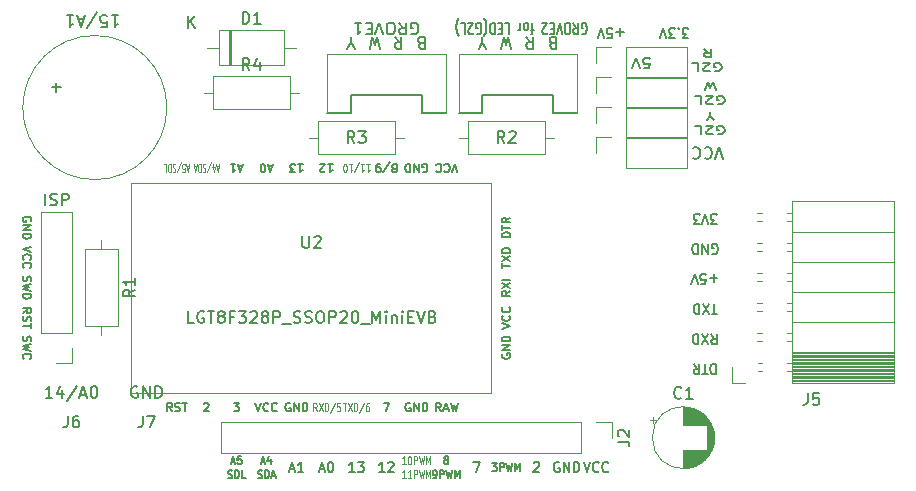
<source format=gbr>
G04 #@! TF.GenerationSoftware,KiCad,Pcbnew,5.1.7-a382d34a8~87~ubuntu20.04.1*
G04 #@! TF.CreationDate,2021-01-14T17:18:01+09:00*
G04 #@! TF.ProjectId,AKBONE2020LGT8F,414b424f-4e45-4323-9032-304c47543846,rev?*
G04 #@! TF.SameCoordinates,Original*
G04 #@! TF.FileFunction,Legend,Top*
G04 #@! TF.FilePolarity,Positive*
%FSLAX46Y46*%
G04 Gerber Fmt 4.6, Leading zero omitted, Abs format (unit mm)*
G04 Created by KiCad (PCBNEW 5.1.7-a382d34a8~87~ubuntu20.04.1) date 2021-01-14 17:18:01*
%MOMM*%
%LPD*%
G01*
G04 APERTURE LIST*
%ADD10C,0.200000*%
%ADD11C,0.175000*%
%ADD12C,0.170000*%
%ADD13C,0.150000*%
%ADD14C,0.125000*%
%ADD15C,0.120000*%
%ADD16C,0.100000*%
G04 APERTURE END LIST*
D10*
X172370952Y-119832380D02*
X171799523Y-119832380D01*
X172085238Y-119832380D02*
X172085238Y-118832380D01*
X171990000Y-118975238D01*
X171894761Y-119070476D01*
X171799523Y-119118095D01*
X173228095Y-119165714D02*
X173228095Y-119832380D01*
X172990000Y-118784761D02*
X172751904Y-119499047D01*
X173370952Y-119499047D01*
X174466190Y-118784761D02*
X173609047Y-120070476D01*
X174751904Y-119546666D02*
X175228095Y-119546666D01*
X174656666Y-119832380D02*
X174990000Y-118832380D01*
X175323333Y-119832380D01*
X175847142Y-118832380D02*
X175942380Y-118832380D01*
X176037619Y-118880000D01*
X176085238Y-118927619D01*
X176132857Y-119022857D01*
X176180476Y-119213333D01*
X176180476Y-119451428D01*
X176132857Y-119641904D01*
X176085238Y-119737142D01*
X176037619Y-119784761D01*
X175942380Y-119832380D01*
X175847142Y-119832380D01*
X175751904Y-119784761D01*
X175704285Y-119737142D01*
X175656666Y-119641904D01*
X175609047Y-119451428D01*
X175609047Y-119213333D01*
X175656666Y-119022857D01*
X175704285Y-118927619D01*
X175751904Y-118880000D01*
X175847142Y-118832380D01*
X179578095Y-118880000D02*
X179482857Y-118832380D01*
X179340000Y-118832380D01*
X179197142Y-118880000D01*
X179101904Y-118975238D01*
X179054285Y-119070476D01*
X179006666Y-119260952D01*
X179006666Y-119403809D01*
X179054285Y-119594285D01*
X179101904Y-119689523D01*
X179197142Y-119784761D01*
X179340000Y-119832380D01*
X179435238Y-119832380D01*
X179578095Y-119784761D01*
X179625714Y-119737142D01*
X179625714Y-119403809D01*
X179435238Y-119403809D01*
X180054285Y-119832380D02*
X180054285Y-118832380D01*
X180625714Y-119832380D01*
X180625714Y-118832380D01*
X181101904Y-119832380D02*
X181101904Y-118832380D01*
X181340000Y-118832380D01*
X181482857Y-118880000D01*
X181578095Y-118975238D01*
X181625714Y-119070476D01*
X181673333Y-119260952D01*
X181673333Y-119403809D01*
X181625714Y-119594285D01*
X181578095Y-119689523D01*
X181482857Y-119784761D01*
X181340000Y-119832380D01*
X181101904Y-119832380D01*
X177387047Y-87431619D02*
X177958476Y-87431619D01*
X177672761Y-87431619D02*
X177672761Y-88431619D01*
X177768000Y-88288761D01*
X177863238Y-88193523D01*
X177958476Y-88145904D01*
X176482285Y-88431619D02*
X176958476Y-88431619D01*
X177006095Y-87955428D01*
X176958476Y-88003047D01*
X176863238Y-88050666D01*
X176625142Y-88050666D01*
X176529904Y-88003047D01*
X176482285Y-87955428D01*
X176434666Y-87860190D01*
X176434666Y-87622095D01*
X176482285Y-87526857D01*
X176529904Y-87479238D01*
X176625142Y-87431619D01*
X176863238Y-87431619D01*
X176958476Y-87479238D01*
X177006095Y-87526857D01*
X175291809Y-88479238D02*
X176148952Y-87193523D01*
X175006095Y-87717333D02*
X174529904Y-87717333D01*
X175101333Y-87431619D02*
X174768000Y-88431619D01*
X174434666Y-87431619D01*
X173577523Y-87431619D02*
X174148952Y-87431619D01*
X173863238Y-87431619D02*
X173863238Y-88431619D01*
X173958476Y-88288761D01*
X174053714Y-88193523D01*
X174148952Y-88145904D01*
D11*
X228711047Y-97482500D02*
X228806285Y-97515833D01*
X228949142Y-97515833D01*
X229092000Y-97482500D01*
X229187238Y-97415833D01*
X229234857Y-97349166D01*
X229282476Y-97215833D01*
X229282476Y-97115833D01*
X229234857Y-96982500D01*
X229187238Y-96915833D01*
X229092000Y-96849166D01*
X228949142Y-96815833D01*
X228853904Y-96815833D01*
X228711047Y-96849166D01*
X228663428Y-96882500D01*
X228663428Y-97115833D01*
X228853904Y-97115833D01*
X228282476Y-97449166D02*
X228234857Y-97482500D01*
X228139619Y-97515833D01*
X227901523Y-97515833D01*
X227806285Y-97482500D01*
X227758666Y-97449166D01*
X227711047Y-97382500D01*
X227711047Y-97315833D01*
X227758666Y-97215833D01*
X228330095Y-96815833D01*
X227711047Y-96815833D01*
X226806285Y-96815833D02*
X227282476Y-96815833D01*
X227282476Y-97515833D01*
X228092000Y-95924166D02*
X228092000Y-95590833D01*
X228425333Y-96290833D02*
X228092000Y-95924166D01*
X227758666Y-96290833D01*
X228457047Y-92148500D02*
X228552285Y-92181833D01*
X228695142Y-92181833D01*
X228838000Y-92148500D01*
X228933238Y-92081833D01*
X228980857Y-92015166D01*
X229028476Y-91881833D01*
X229028476Y-91781833D01*
X228980857Y-91648500D01*
X228933238Y-91581833D01*
X228838000Y-91515166D01*
X228695142Y-91481833D01*
X228599904Y-91481833D01*
X228457047Y-91515166D01*
X228409428Y-91548500D01*
X228409428Y-91781833D01*
X228599904Y-91781833D01*
X228028476Y-92115166D02*
X227980857Y-92148500D01*
X227885619Y-92181833D01*
X227647523Y-92181833D01*
X227552285Y-92148500D01*
X227504666Y-92115166D01*
X227457047Y-92048500D01*
X227457047Y-91981833D01*
X227504666Y-91881833D01*
X228076095Y-91481833D01*
X227457047Y-91481833D01*
X226552285Y-91481833D02*
X227028476Y-91481833D01*
X227028476Y-92181833D01*
X227528476Y-90256833D02*
X227861809Y-90590166D01*
X228099904Y-90256833D02*
X228099904Y-90956833D01*
X227718952Y-90956833D01*
X227623714Y-90923500D01*
X227576095Y-90890166D01*
X227528476Y-90823500D01*
X227528476Y-90723500D01*
X227576095Y-90656833D01*
X227623714Y-90623500D01*
X227718952Y-90590166D01*
X228099904Y-90590166D01*
X228711047Y-94942500D02*
X228806285Y-94975833D01*
X228949142Y-94975833D01*
X229092000Y-94942500D01*
X229187238Y-94875833D01*
X229234857Y-94809166D01*
X229282476Y-94675833D01*
X229282476Y-94575833D01*
X229234857Y-94442500D01*
X229187238Y-94375833D01*
X229092000Y-94309166D01*
X228949142Y-94275833D01*
X228853904Y-94275833D01*
X228711047Y-94309166D01*
X228663428Y-94342500D01*
X228663428Y-94575833D01*
X228853904Y-94575833D01*
X228282476Y-94909166D02*
X228234857Y-94942500D01*
X228139619Y-94975833D01*
X227901523Y-94975833D01*
X227806285Y-94942500D01*
X227758666Y-94909166D01*
X227711047Y-94842500D01*
X227711047Y-94775833D01*
X227758666Y-94675833D01*
X228330095Y-94275833D01*
X227711047Y-94275833D01*
X226806285Y-94275833D02*
X227282476Y-94275833D01*
X227282476Y-94975833D01*
X228520571Y-93750833D02*
X228282476Y-93050833D01*
X228092000Y-93550833D01*
X227901523Y-93050833D01*
X227663428Y-93750833D01*
D12*
X228163333Y-114392857D02*
X228430000Y-114821428D01*
X228620476Y-114392857D02*
X228620476Y-115292857D01*
X228315714Y-115292857D01*
X228239523Y-115250000D01*
X228201428Y-115207142D01*
X228163333Y-115121428D01*
X228163333Y-114992857D01*
X228201428Y-114907142D01*
X228239523Y-114864285D01*
X228315714Y-114821428D01*
X228620476Y-114821428D01*
X227896666Y-115292857D02*
X227363333Y-114392857D01*
X227363333Y-115292857D02*
X227896666Y-114392857D01*
X227058571Y-114392857D02*
X227058571Y-115292857D01*
X226868095Y-115292857D01*
X226753809Y-115250000D01*
X226677619Y-115164285D01*
X226639523Y-115078571D01*
X226601428Y-114907142D01*
X226601428Y-114778571D01*
X226639523Y-114607142D01*
X226677619Y-114521428D01*
X226753809Y-114435714D01*
X226868095Y-114392857D01*
X227058571Y-114392857D01*
X228639523Y-112752857D02*
X228182380Y-112752857D01*
X228410952Y-111852857D02*
X228410952Y-112752857D01*
X227991904Y-112752857D02*
X227458571Y-111852857D01*
X227458571Y-112752857D02*
X227991904Y-111852857D01*
X227153809Y-111852857D02*
X227153809Y-112752857D01*
X226963333Y-112752857D01*
X226849047Y-112710000D01*
X226772857Y-112624285D01*
X226734761Y-112538571D01*
X226696666Y-112367142D01*
X226696666Y-112238571D01*
X226734761Y-112067142D01*
X226772857Y-111981428D01*
X226849047Y-111895714D01*
X226963333Y-111852857D01*
X227153809Y-111852857D01*
X228620476Y-105132857D02*
X228125238Y-105132857D01*
X228391904Y-104790000D01*
X228277619Y-104790000D01*
X228201428Y-104747142D01*
X228163333Y-104704285D01*
X228125238Y-104618571D01*
X228125238Y-104404285D01*
X228163333Y-104318571D01*
X228201428Y-104275714D01*
X228277619Y-104232857D01*
X228506190Y-104232857D01*
X228582380Y-104275714D01*
X228620476Y-104318571D01*
X227896666Y-105132857D02*
X227630000Y-104232857D01*
X227363333Y-105132857D01*
X227172857Y-105132857D02*
X226677619Y-105132857D01*
X226944285Y-104790000D01*
X226830000Y-104790000D01*
X226753809Y-104747142D01*
X226715714Y-104704285D01*
X226677619Y-104618571D01*
X226677619Y-104404285D01*
X226715714Y-104318571D01*
X226753809Y-104275714D01*
X226830000Y-104232857D01*
X227058571Y-104232857D01*
X227134761Y-104275714D01*
X227172857Y-104318571D01*
X228239523Y-107630000D02*
X228315714Y-107672857D01*
X228430000Y-107672857D01*
X228544285Y-107630000D01*
X228620476Y-107544285D01*
X228658571Y-107458571D01*
X228696666Y-107287142D01*
X228696666Y-107158571D01*
X228658571Y-106987142D01*
X228620476Y-106901428D01*
X228544285Y-106815714D01*
X228430000Y-106772857D01*
X228353809Y-106772857D01*
X228239523Y-106815714D01*
X228201428Y-106858571D01*
X228201428Y-107158571D01*
X228353809Y-107158571D01*
X227858571Y-106772857D02*
X227858571Y-107672857D01*
X227401428Y-106772857D01*
X227401428Y-107672857D01*
X227020476Y-106772857D02*
X227020476Y-107672857D01*
X226830000Y-107672857D01*
X226715714Y-107630000D01*
X226639523Y-107544285D01*
X226601428Y-107458571D01*
X226563333Y-107287142D01*
X226563333Y-107158571D01*
X226601428Y-106987142D01*
X226639523Y-106901428D01*
X226715714Y-106815714D01*
X226830000Y-106772857D01*
X227020476Y-106772857D01*
X228658571Y-109655714D02*
X228049047Y-109655714D01*
X228353809Y-109312857D02*
X228353809Y-109998571D01*
X227287142Y-110212857D02*
X227668095Y-110212857D01*
X227706190Y-109784285D01*
X227668095Y-109827142D01*
X227591904Y-109870000D01*
X227401428Y-109870000D01*
X227325238Y-109827142D01*
X227287142Y-109784285D01*
X227249047Y-109698571D01*
X227249047Y-109484285D01*
X227287142Y-109398571D01*
X227325238Y-109355714D01*
X227401428Y-109312857D01*
X227591904Y-109312857D01*
X227668095Y-109355714D01*
X227706190Y-109398571D01*
X227020476Y-110212857D02*
X226753809Y-109312857D01*
X226487142Y-110212857D01*
X228544285Y-116932857D02*
X228544285Y-117832857D01*
X228353809Y-117832857D01*
X228239523Y-117790000D01*
X228163333Y-117704285D01*
X228125238Y-117618571D01*
X228087142Y-117447142D01*
X228087142Y-117318571D01*
X228125238Y-117147142D01*
X228163333Y-117061428D01*
X228239523Y-116975714D01*
X228353809Y-116932857D01*
X228544285Y-116932857D01*
X227858571Y-117832857D02*
X227401428Y-117832857D01*
X227630000Y-116932857D02*
X227630000Y-117832857D01*
X226677619Y-116932857D02*
X226944285Y-117361428D01*
X227134761Y-116932857D02*
X227134761Y-117832857D01*
X226830000Y-117832857D01*
X226753809Y-117790000D01*
X226715714Y-117747142D01*
X226677619Y-117661428D01*
X226677619Y-117532857D01*
X226715714Y-117447142D01*
X226753809Y-117404285D01*
X226830000Y-117361428D01*
X227134761Y-117361428D01*
D13*
X187531428Y-125246666D02*
X187817142Y-125246666D01*
X187474285Y-125446666D02*
X187674285Y-124746666D01*
X187874285Y-125446666D01*
X188360000Y-124746666D02*
X188074285Y-124746666D01*
X188045714Y-125080000D01*
X188074285Y-125046666D01*
X188131428Y-125013333D01*
X188274285Y-125013333D01*
X188331428Y-125046666D01*
X188360000Y-125080000D01*
X188388571Y-125146666D01*
X188388571Y-125313333D01*
X188360000Y-125380000D01*
X188331428Y-125413333D01*
X188274285Y-125446666D01*
X188131428Y-125446666D01*
X188074285Y-125413333D01*
X188045714Y-125380000D01*
X187245714Y-126613333D02*
X187331428Y-126646666D01*
X187474285Y-126646666D01*
X187531428Y-126613333D01*
X187560000Y-126580000D01*
X187588571Y-126513333D01*
X187588571Y-126446666D01*
X187560000Y-126380000D01*
X187531428Y-126346666D01*
X187474285Y-126313333D01*
X187360000Y-126280000D01*
X187302857Y-126246666D01*
X187274285Y-126213333D01*
X187245714Y-126146666D01*
X187245714Y-126080000D01*
X187274285Y-126013333D01*
X187302857Y-125980000D01*
X187360000Y-125946666D01*
X187502857Y-125946666D01*
X187588571Y-125980000D01*
X187845714Y-126646666D02*
X187845714Y-125946666D01*
X187988571Y-125946666D01*
X188074285Y-125980000D01*
X188131428Y-126046666D01*
X188160000Y-126113333D01*
X188188571Y-126246666D01*
X188188571Y-126346666D01*
X188160000Y-126480000D01*
X188131428Y-126546666D01*
X188074285Y-126613333D01*
X187988571Y-126646666D01*
X187845714Y-126646666D01*
X188731428Y-126646666D02*
X188445714Y-126646666D01*
X188445714Y-125946666D01*
D12*
X192468571Y-125880000D02*
X192849523Y-125880000D01*
X192392380Y-126137142D02*
X192659047Y-125237142D01*
X192925714Y-126137142D01*
X193611428Y-126137142D02*
X193154285Y-126137142D01*
X193382857Y-126137142D02*
X193382857Y-125237142D01*
X193306666Y-125365714D01*
X193230476Y-125451428D01*
X193154285Y-125494285D01*
D13*
X190071428Y-125246666D02*
X190357142Y-125246666D01*
X190014285Y-125446666D02*
X190214285Y-124746666D01*
X190414285Y-125446666D01*
X190871428Y-124980000D02*
X190871428Y-125446666D01*
X190728571Y-124713333D02*
X190585714Y-125213333D01*
X190957142Y-125213333D01*
X189771428Y-126613333D02*
X189857142Y-126646666D01*
X190000000Y-126646666D01*
X190057142Y-126613333D01*
X190085714Y-126580000D01*
X190114285Y-126513333D01*
X190114285Y-126446666D01*
X190085714Y-126380000D01*
X190057142Y-126346666D01*
X190000000Y-126313333D01*
X189885714Y-126280000D01*
X189828571Y-126246666D01*
X189800000Y-126213333D01*
X189771428Y-126146666D01*
X189771428Y-126080000D01*
X189800000Y-126013333D01*
X189828571Y-125980000D01*
X189885714Y-125946666D01*
X190028571Y-125946666D01*
X190114285Y-125980000D01*
X190371428Y-126646666D02*
X190371428Y-125946666D01*
X190514285Y-125946666D01*
X190600000Y-125980000D01*
X190657142Y-126046666D01*
X190685714Y-126113333D01*
X190714285Y-126246666D01*
X190714285Y-126346666D01*
X190685714Y-126480000D01*
X190657142Y-126546666D01*
X190600000Y-126613333D01*
X190514285Y-126646666D01*
X190371428Y-126646666D01*
X190942857Y-126446666D02*
X191228571Y-126446666D01*
X190885714Y-126646666D02*
X191085714Y-125946666D01*
X191285714Y-126646666D01*
D12*
X200507619Y-126137142D02*
X200050476Y-126137142D01*
X200279047Y-126137142D02*
X200279047Y-125237142D01*
X200202857Y-125365714D01*
X200126666Y-125451428D01*
X200050476Y-125494285D01*
X200812380Y-125322857D02*
X200850476Y-125280000D01*
X200926666Y-125237142D01*
X201117142Y-125237142D01*
X201193333Y-125280000D01*
X201231428Y-125322857D01*
X201269523Y-125408571D01*
X201269523Y-125494285D01*
X201231428Y-125622857D01*
X200774285Y-126137142D01*
X201269523Y-126137142D01*
X195008571Y-125880000D02*
X195389523Y-125880000D01*
X194932380Y-126137142D02*
X195199047Y-125237142D01*
X195465714Y-126137142D01*
X195884761Y-125237142D02*
X195960952Y-125237142D01*
X196037142Y-125280000D01*
X196075238Y-125322857D01*
X196113333Y-125408571D01*
X196151428Y-125580000D01*
X196151428Y-125794285D01*
X196113333Y-125965714D01*
X196075238Y-126051428D01*
X196037142Y-126094285D01*
X195960952Y-126137142D01*
X195884761Y-126137142D01*
X195808571Y-126094285D01*
X195770476Y-126051428D01*
X195732380Y-125965714D01*
X195694285Y-125794285D01*
X195694285Y-125580000D01*
X195732380Y-125408571D01*
X195770476Y-125322857D01*
X195808571Y-125280000D01*
X195884761Y-125237142D01*
X197967619Y-126137142D02*
X197510476Y-126137142D01*
X197739047Y-126137142D02*
X197739047Y-125237142D01*
X197662857Y-125365714D01*
X197586666Y-125451428D01*
X197510476Y-125494285D01*
X198234285Y-125237142D02*
X198729523Y-125237142D01*
X198462857Y-125580000D01*
X198577142Y-125580000D01*
X198653333Y-125622857D01*
X198691428Y-125665714D01*
X198729523Y-125751428D01*
X198729523Y-125965714D01*
X198691428Y-126051428D01*
X198653333Y-126094285D01*
X198577142Y-126137142D01*
X198348571Y-126137142D01*
X198272380Y-126094285D01*
X198234285Y-126051428D01*
D14*
X202283333Y-125459166D02*
X201997619Y-125459166D01*
X202140476Y-125459166D02*
X202140476Y-124759166D01*
X202092857Y-124859166D01*
X202045238Y-124925833D01*
X201997619Y-124959166D01*
X202592857Y-124759166D02*
X202640476Y-124759166D01*
X202688095Y-124792500D01*
X202711904Y-124825833D01*
X202735714Y-124892500D01*
X202759523Y-125025833D01*
X202759523Y-125192500D01*
X202735714Y-125325833D01*
X202711904Y-125392500D01*
X202688095Y-125425833D01*
X202640476Y-125459166D01*
X202592857Y-125459166D01*
X202545238Y-125425833D01*
X202521428Y-125392500D01*
X202497619Y-125325833D01*
X202473809Y-125192500D01*
X202473809Y-125025833D01*
X202497619Y-124892500D01*
X202521428Y-124825833D01*
X202545238Y-124792500D01*
X202592857Y-124759166D01*
X202973809Y-125459166D02*
X202973809Y-124759166D01*
X203164285Y-124759166D01*
X203211904Y-124792500D01*
X203235714Y-124825833D01*
X203259523Y-124892500D01*
X203259523Y-124992500D01*
X203235714Y-125059166D01*
X203211904Y-125092500D01*
X203164285Y-125125833D01*
X202973809Y-125125833D01*
X203426190Y-124759166D02*
X203545238Y-125459166D01*
X203640476Y-124959166D01*
X203735714Y-125459166D01*
X203854761Y-124759166D01*
X204045238Y-125459166D02*
X204045238Y-124759166D01*
X204211904Y-125259166D01*
X204378571Y-124759166D01*
X204378571Y-125459166D01*
X202283333Y-126634166D02*
X201997619Y-126634166D01*
X202140476Y-126634166D02*
X202140476Y-125934166D01*
X202092857Y-126034166D01*
X202045238Y-126100833D01*
X201997619Y-126134166D01*
X202759523Y-126634166D02*
X202473809Y-126634166D01*
X202616666Y-126634166D02*
X202616666Y-125934166D01*
X202569047Y-126034166D01*
X202521428Y-126100833D01*
X202473809Y-126134166D01*
X202973809Y-126634166D02*
X202973809Y-125934166D01*
X203164285Y-125934166D01*
X203211904Y-125967500D01*
X203235714Y-126000833D01*
X203259523Y-126067500D01*
X203259523Y-126167500D01*
X203235714Y-126234166D01*
X203211904Y-126267500D01*
X203164285Y-126300833D01*
X202973809Y-126300833D01*
X203426190Y-125934166D02*
X203545238Y-126634166D01*
X203640476Y-126134166D01*
X203735714Y-126634166D01*
X203854761Y-125934166D01*
X204045238Y-126634166D02*
X204045238Y-125934166D01*
X204211904Y-126434166D01*
X204378571Y-125934166D01*
X204378571Y-126634166D01*
D12*
X208013333Y-125237142D02*
X208546666Y-125237142D01*
X208203809Y-126137142D01*
D13*
X205682857Y-125046666D02*
X205625714Y-125013333D01*
X205597142Y-124980000D01*
X205568571Y-124913333D01*
X205568571Y-124880000D01*
X205597142Y-124813333D01*
X205625714Y-124780000D01*
X205682857Y-124746666D01*
X205797142Y-124746666D01*
X205854285Y-124780000D01*
X205882857Y-124813333D01*
X205911428Y-124880000D01*
X205911428Y-124913333D01*
X205882857Y-124980000D01*
X205854285Y-125013333D01*
X205797142Y-125046666D01*
X205682857Y-125046666D01*
X205625714Y-125080000D01*
X205597142Y-125113333D01*
X205568571Y-125180000D01*
X205568571Y-125313333D01*
X205597142Y-125380000D01*
X205625714Y-125413333D01*
X205682857Y-125446666D01*
X205797142Y-125446666D01*
X205854285Y-125413333D01*
X205882857Y-125380000D01*
X205911428Y-125313333D01*
X205911428Y-125180000D01*
X205882857Y-125113333D01*
X205854285Y-125080000D01*
X205797142Y-125046666D01*
X204640000Y-126646666D02*
X204754285Y-126646666D01*
X204811428Y-126613333D01*
X204840000Y-126580000D01*
X204897142Y-126480000D01*
X204925714Y-126346666D01*
X204925714Y-126080000D01*
X204897142Y-126013333D01*
X204868571Y-125980000D01*
X204811428Y-125946666D01*
X204697142Y-125946666D01*
X204640000Y-125980000D01*
X204611428Y-126013333D01*
X204582857Y-126080000D01*
X204582857Y-126246666D01*
X204611428Y-126313333D01*
X204640000Y-126346666D01*
X204697142Y-126380000D01*
X204811428Y-126380000D01*
X204868571Y-126346666D01*
X204897142Y-126313333D01*
X204925714Y-126246666D01*
X205182857Y-126646666D02*
X205182857Y-125946666D01*
X205411428Y-125946666D01*
X205468571Y-125980000D01*
X205497142Y-126013333D01*
X205525714Y-126080000D01*
X205525714Y-126180000D01*
X205497142Y-126246666D01*
X205468571Y-126280000D01*
X205411428Y-126313333D01*
X205182857Y-126313333D01*
X205725714Y-125946666D02*
X205868571Y-126646666D01*
X205982857Y-126146666D01*
X206097142Y-126646666D01*
X206240000Y-125946666D01*
X206468571Y-126646666D02*
X206468571Y-125946666D01*
X206668571Y-126446666D01*
X206868571Y-125946666D01*
X206868571Y-126646666D01*
D12*
X213131428Y-125322857D02*
X213169523Y-125280000D01*
X213245714Y-125237142D01*
X213436190Y-125237142D01*
X213512380Y-125280000D01*
X213550476Y-125322857D01*
X213588571Y-125408571D01*
X213588571Y-125494285D01*
X213550476Y-125622857D01*
X213093333Y-126137142D01*
X213588571Y-126137142D01*
D13*
X209634285Y-125346666D02*
X210005714Y-125346666D01*
X209805714Y-125613333D01*
X209891428Y-125613333D01*
X209948571Y-125646666D01*
X209977142Y-125680000D01*
X210005714Y-125746666D01*
X210005714Y-125913333D01*
X209977142Y-125980000D01*
X209948571Y-126013333D01*
X209891428Y-126046666D01*
X209720000Y-126046666D01*
X209662857Y-126013333D01*
X209634285Y-125980000D01*
X210262857Y-126046666D02*
X210262857Y-125346666D01*
X210491428Y-125346666D01*
X210548571Y-125380000D01*
X210577142Y-125413333D01*
X210605714Y-125480000D01*
X210605714Y-125580000D01*
X210577142Y-125646666D01*
X210548571Y-125680000D01*
X210491428Y-125713333D01*
X210262857Y-125713333D01*
X210805714Y-125346666D02*
X210948571Y-126046666D01*
X211062857Y-125546666D01*
X211177142Y-126046666D01*
X211320000Y-125346666D01*
X211548571Y-126046666D02*
X211548571Y-125346666D01*
X211748571Y-125846666D01*
X211948571Y-125346666D01*
X211948571Y-126046666D01*
D12*
X215290476Y-125280000D02*
X215214285Y-125237142D01*
X215100000Y-125237142D01*
X214985714Y-125280000D01*
X214909523Y-125365714D01*
X214871428Y-125451428D01*
X214833333Y-125622857D01*
X214833333Y-125751428D01*
X214871428Y-125922857D01*
X214909523Y-126008571D01*
X214985714Y-126094285D01*
X215100000Y-126137142D01*
X215176190Y-126137142D01*
X215290476Y-126094285D01*
X215328571Y-126051428D01*
X215328571Y-125751428D01*
X215176190Y-125751428D01*
X215671428Y-126137142D02*
X215671428Y-125237142D01*
X216128571Y-126137142D01*
X216128571Y-125237142D01*
X216509523Y-126137142D02*
X216509523Y-125237142D01*
X216700000Y-125237142D01*
X216814285Y-125280000D01*
X216890476Y-125365714D01*
X216928571Y-125451428D01*
X216966666Y-125622857D01*
X216966666Y-125751428D01*
X216928571Y-125922857D01*
X216890476Y-126008571D01*
X216814285Y-126094285D01*
X216700000Y-126137142D01*
X216509523Y-126137142D01*
X217373333Y-125237142D02*
X217640000Y-126137142D01*
X217906666Y-125237142D01*
X218630476Y-126051428D02*
X218592380Y-126094285D01*
X218478095Y-126137142D01*
X218401904Y-126137142D01*
X218287619Y-126094285D01*
X218211428Y-126008571D01*
X218173333Y-125922857D01*
X218135238Y-125751428D01*
X218135238Y-125622857D01*
X218173333Y-125451428D01*
X218211428Y-125365714D01*
X218287619Y-125280000D01*
X218401904Y-125237142D01*
X218478095Y-125237142D01*
X218592380Y-125280000D01*
X218630476Y-125322857D01*
X219430476Y-126051428D02*
X219392380Y-126094285D01*
X219278095Y-126137142D01*
X219201904Y-126137142D01*
X219087619Y-126094285D01*
X219011428Y-126008571D01*
X218973333Y-125922857D01*
X218935238Y-125751428D01*
X218935238Y-125622857D01*
X218973333Y-125451428D01*
X219011428Y-125365714D01*
X219087619Y-125280000D01*
X219201904Y-125237142D01*
X219278095Y-125237142D01*
X219392380Y-125280000D01*
X219430476Y-125322857D01*
D10*
X202779047Y-89000000D02*
X202874285Y-89047619D01*
X203017142Y-89047619D01*
X203160000Y-89000000D01*
X203255238Y-88904761D01*
X203302857Y-88809523D01*
X203350476Y-88619047D01*
X203350476Y-88476190D01*
X203302857Y-88285714D01*
X203255238Y-88190476D01*
X203160000Y-88095238D01*
X203017142Y-88047619D01*
X202921904Y-88047619D01*
X202779047Y-88095238D01*
X202731428Y-88142857D01*
X202731428Y-88476190D01*
X202921904Y-88476190D01*
X201731428Y-88047619D02*
X202064761Y-88523809D01*
X202302857Y-88047619D02*
X202302857Y-89047619D01*
X201921904Y-89047619D01*
X201826666Y-89000000D01*
X201779047Y-88952380D01*
X201731428Y-88857142D01*
X201731428Y-88714285D01*
X201779047Y-88619047D01*
X201826666Y-88571428D01*
X201921904Y-88523809D01*
X202302857Y-88523809D01*
X201112380Y-89047619D02*
X200921904Y-89047619D01*
X200826666Y-89000000D01*
X200731428Y-88904761D01*
X200683809Y-88714285D01*
X200683809Y-88380952D01*
X200731428Y-88190476D01*
X200826666Y-88095238D01*
X200921904Y-88047619D01*
X201112380Y-88047619D01*
X201207619Y-88095238D01*
X201302857Y-88190476D01*
X201350476Y-88380952D01*
X201350476Y-88714285D01*
X201302857Y-88904761D01*
X201207619Y-89000000D01*
X201112380Y-89047619D01*
X200398095Y-89047619D02*
X200064761Y-88047619D01*
X199731428Y-89047619D01*
X199398095Y-88571428D02*
X199064761Y-88571428D01*
X198921904Y-88047619D02*
X199398095Y-88047619D01*
X199398095Y-89047619D01*
X198921904Y-89047619D01*
X197969523Y-88047619D02*
X198540952Y-88047619D01*
X198255238Y-88047619D02*
X198255238Y-89047619D01*
X198350476Y-88904761D01*
X198445714Y-88809523D01*
X198540952Y-88761904D01*
X226224952Y-89392857D02*
X225729714Y-89392857D01*
X225996380Y-89050000D01*
X225882095Y-89050000D01*
X225805904Y-89007142D01*
X225767809Y-88964285D01*
X225729714Y-88878571D01*
X225729714Y-88664285D01*
X225767809Y-88578571D01*
X225805904Y-88535714D01*
X225882095Y-88492857D01*
X226110666Y-88492857D01*
X226186857Y-88535714D01*
X226224952Y-88578571D01*
X225386857Y-88578571D02*
X225348761Y-88535714D01*
X225386857Y-88492857D01*
X225424952Y-88535714D01*
X225386857Y-88578571D01*
X225386857Y-88492857D01*
X225082095Y-89392857D02*
X224586857Y-89392857D01*
X224853523Y-89050000D01*
X224739238Y-89050000D01*
X224663047Y-89007142D01*
X224624952Y-88964285D01*
X224586857Y-88878571D01*
X224586857Y-88664285D01*
X224624952Y-88578571D01*
X224663047Y-88535714D01*
X224739238Y-88492857D01*
X224967809Y-88492857D01*
X225044000Y-88535714D01*
X225082095Y-88578571D01*
X224358285Y-89392857D02*
X224091619Y-88492857D01*
X223824952Y-89392857D01*
X222440476Y-91932857D02*
X222916666Y-91932857D01*
X222964285Y-91504285D01*
X222916666Y-91547142D01*
X222821428Y-91590000D01*
X222583333Y-91590000D01*
X222488095Y-91547142D01*
X222440476Y-91504285D01*
X222392857Y-91418571D01*
X222392857Y-91204285D01*
X222440476Y-91118571D01*
X222488095Y-91075714D01*
X222583333Y-91032857D01*
X222821428Y-91032857D01*
X222916666Y-91075714D01*
X222964285Y-91118571D01*
X222107142Y-91932857D02*
X221773809Y-91032857D01*
X221440476Y-91932857D01*
X229171333Y-99607619D02*
X228838000Y-98607619D01*
X228504666Y-99607619D01*
X227599904Y-98702857D02*
X227647523Y-98655238D01*
X227790380Y-98607619D01*
X227885619Y-98607619D01*
X228028476Y-98655238D01*
X228123714Y-98750476D01*
X228171333Y-98845714D01*
X228218952Y-99036190D01*
X228218952Y-99179047D01*
X228171333Y-99369523D01*
X228123714Y-99464761D01*
X228028476Y-99560000D01*
X227885619Y-99607619D01*
X227790380Y-99607619D01*
X227647523Y-99560000D01*
X227599904Y-99512380D01*
X226599904Y-98702857D02*
X226647523Y-98655238D01*
X226790380Y-98607619D01*
X226885619Y-98607619D01*
X227028476Y-98655238D01*
X227123714Y-98750476D01*
X227171333Y-98845714D01*
X227218952Y-99036190D01*
X227218952Y-99179047D01*
X227171333Y-99369523D01*
X227123714Y-99464761D01*
X227028476Y-99560000D01*
X226885619Y-99607619D01*
X226790380Y-99607619D01*
X226647523Y-99560000D01*
X226599904Y-99512380D01*
D11*
X217223333Y-89000000D02*
X217290000Y-89047619D01*
X217390000Y-89047619D01*
X217490000Y-89000000D01*
X217556666Y-88904761D01*
X217590000Y-88809523D01*
X217623333Y-88619047D01*
X217623333Y-88476190D01*
X217590000Y-88285714D01*
X217556666Y-88190476D01*
X217490000Y-88095238D01*
X217390000Y-88047619D01*
X217323333Y-88047619D01*
X217223333Y-88095238D01*
X217190000Y-88142857D01*
X217190000Y-88476190D01*
X217323333Y-88476190D01*
X216490000Y-88047619D02*
X216723333Y-88523809D01*
X216890000Y-88047619D02*
X216890000Y-89047619D01*
X216623333Y-89047619D01*
X216556666Y-89000000D01*
X216523333Y-88952380D01*
X216490000Y-88857142D01*
X216490000Y-88714285D01*
X216523333Y-88619047D01*
X216556666Y-88571428D01*
X216623333Y-88523809D01*
X216890000Y-88523809D01*
X216056666Y-89047619D02*
X215923333Y-89047619D01*
X215856666Y-89000000D01*
X215790000Y-88904761D01*
X215756666Y-88714285D01*
X215756666Y-88380952D01*
X215790000Y-88190476D01*
X215856666Y-88095238D01*
X215923333Y-88047619D01*
X216056666Y-88047619D01*
X216123333Y-88095238D01*
X216190000Y-88190476D01*
X216223333Y-88380952D01*
X216223333Y-88714285D01*
X216190000Y-88904761D01*
X216123333Y-89000000D01*
X216056666Y-89047619D01*
X215556666Y-89047619D02*
X215323333Y-88047619D01*
X215090000Y-89047619D01*
X214856666Y-88571428D02*
X214623333Y-88571428D01*
X214523333Y-88047619D02*
X214856666Y-88047619D01*
X214856666Y-89047619D01*
X214523333Y-89047619D01*
X214256666Y-88952380D02*
X214223333Y-89000000D01*
X214156666Y-89047619D01*
X213990000Y-89047619D01*
X213923333Y-89000000D01*
X213890000Y-88952380D01*
X213856666Y-88857142D01*
X213856666Y-88761904D01*
X213890000Y-88619047D01*
X214290000Y-88047619D01*
X213856666Y-88047619D01*
X213123333Y-88714285D02*
X212856666Y-88714285D01*
X213023333Y-88047619D02*
X213023333Y-88904761D01*
X212990000Y-89000000D01*
X212923333Y-89047619D01*
X212856666Y-89047619D01*
X212523333Y-88047619D02*
X212590000Y-88095238D01*
X212623333Y-88142857D01*
X212656666Y-88238095D01*
X212656666Y-88523809D01*
X212623333Y-88619047D01*
X212590000Y-88666666D01*
X212523333Y-88714285D01*
X212423333Y-88714285D01*
X212356666Y-88666666D01*
X212323333Y-88619047D01*
X212290000Y-88523809D01*
X212290000Y-88238095D01*
X212323333Y-88142857D01*
X212356666Y-88095238D01*
X212423333Y-88047619D01*
X212523333Y-88047619D01*
X211990000Y-88047619D02*
X211990000Y-88714285D01*
X211990000Y-88523809D02*
X211956666Y-88619047D01*
X211923333Y-88666666D01*
X211856666Y-88714285D01*
X211790000Y-88714285D01*
X210690000Y-88047619D02*
X211023333Y-88047619D01*
X211023333Y-89047619D01*
X210456666Y-88571428D02*
X210223333Y-88571428D01*
X210123333Y-88047619D02*
X210456666Y-88047619D01*
X210456666Y-89047619D01*
X210123333Y-89047619D01*
X209823333Y-88047619D02*
X209823333Y-89047619D01*
X209656666Y-89047619D01*
X209556666Y-89000000D01*
X209490000Y-88904761D01*
X209456666Y-88809523D01*
X209423333Y-88619047D01*
X209423333Y-88476190D01*
X209456666Y-88285714D01*
X209490000Y-88190476D01*
X209556666Y-88095238D01*
X209656666Y-88047619D01*
X209823333Y-88047619D01*
X208923333Y-87666666D02*
X208956666Y-87714285D01*
X209023333Y-87857142D01*
X209056666Y-87952380D01*
X209090000Y-88095238D01*
X209123333Y-88333333D01*
X209123333Y-88523809D01*
X209090000Y-88761904D01*
X209056666Y-88904761D01*
X209023333Y-89000000D01*
X208956666Y-89142857D01*
X208923333Y-89190476D01*
X208290000Y-89000000D02*
X208356666Y-89047619D01*
X208456666Y-89047619D01*
X208556666Y-89000000D01*
X208623333Y-88904761D01*
X208656666Y-88809523D01*
X208690000Y-88619047D01*
X208690000Y-88476190D01*
X208656666Y-88285714D01*
X208623333Y-88190476D01*
X208556666Y-88095238D01*
X208456666Y-88047619D01*
X208390000Y-88047619D01*
X208290000Y-88095238D01*
X208256666Y-88142857D01*
X208256666Y-88476190D01*
X208390000Y-88476190D01*
X207990000Y-88952380D02*
X207956666Y-89000000D01*
X207890000Y-89047619D01*
X207723333Y-89047619D01*
X207656666Y-89000000D01*
X207623333Y-88952380D01*
X207590000Y-88857142D01*
X207590000Y-88761904D01*
X207623333Y-88619047D01*
X208023333Y-88047619D01*
X207590000Y-88047619D01*
X206956666Y-88047619D02*
X207290000Y-88047619D01*
X207290000Y-89047619D01*
X206790000Y-87666666D02*
X206756666Y-87714285D01*
X206690000Y-87857142D01*
X206656666Y-87952380D01*
X206623333Y-88095238D01*
X206590000Y-88333333D01*
X206590000Y-88523809D01*
X206623333Y-88761904D01*
X206656666Y-88904761D01*
X206690000Y-89000000D01*
X206756666Y-89142857D01*
X206790000Y-89190476D01*
D10*
X220738571Y-88835714D02*
X220129047Y-88835714D01*
X220433809Y-88492857D02*
X220433809Y-89178571D01*
X219367142Y-89392857D02*
X219748095Y-89392857D01*
X219786190Y-88964285D01*
X219748095Y-89007142D01*
X219671904Y-89050000D01*
X219481428Y-89050000D01*
X219405238Y-89007142D01*
X219367142Y-88964285D01*
X219329047Y-88878571D01*
X219329047Y-88664285D01*
X219367142Y-88578571D01*
X219405238Y-88535714D01*
X219481428Y-88492857D01*
X219671904Y-88492857D01*
X219748095Y-88535714D01*
X219786190Y-88578571D01*
X219100476Y-89392857D02*
X218833809Y-88492857D01*
X218567142Y-89392857D01*
D15*
X228410000Y-123190000D02*
G75*
G03*
X228410000Y-123190000I-2620000J0D01*
G01*
X225790000Y-124230000D02*
X225790000Y-125770000D01*
X225790000Y-120610000D02*
X225790000Y-122150000D01*
X225830000Y-124230000D02*
X225830000Y-125770000D01*
X225830000Y-120610000D02*
X225830000Y-122150000D01*
X225870000Y-120611000D02*
X225870000Y-122150000D01*
X225870000Y-124230000D02*
X225870000Y-125769000D01*
X225910000Y-120612000D02*
X225910000Y-122150000D01*
X225910000Y-124230000D02*
X225910000Y-125768000D01*
X225950000Y-120614000D02*
X225950000Y-122150000D01*
X225950000Y-124230000D02*
X225950000Y-125766000D01*
X225990000Y-120617000D02*
X225990000Y-122150000D01*
X225990000Y-124230000D02*
X225990000Y-125763000D01*
X226030000Y-120621000D02*
X226030000Y-122150000D01*
X226030000Y-124230000D02*
X226030000Y-125759000D01*
X226070000Y-120625000D02*
X226070000Y-122150000D01*
X226070000Y-124230000D02*
X226070000Y-125755000D01*
X226110000Y-120629000D02*
X226110000Y-122150000D01*
X226110000Y-124230000D02*
X226110000Y-125751000D01*
X226150000Y-120634000D02*
X226150000Y-122150000D01*
X226150000Y-124230000D02*
X226150000Y-125746000D01*
X226190000Y-120640000D02*
X226190000Y-122150000D01*
X226190000Y-124230000D02*
X226190000Y-125740000D01*
X226230000Y-120647000D02*
X226230000Y-122150000D01*
X226230000Y-124230000D02*
X226230000Y-125733000D01*
X226270000Y-120654000D02*
X226270000Y-122150000D01*
X226270000Y-124230000D02*
X226270000Y-125726000D01*
X226310000Y-120662000D02*
X226310000Y-122150000D01*
X226310000Y-124230000D02*
X226310000Y-125718000D01*
X226350000Y-120670000D02*
X226350000Y-122150000D01*
X226350000Y-124230000D02*
X226350000Y-125710000D01*
X226390000Y-120679000D02*
X226390000Y-122150000D01*
X226390000Y-124230000D02*
X226390000Y-125701000D01*
X226430000Y-120689000D02*
X226430000Y-122150000D01*
X226430000Y-124230000D02*
X226430000Y-125691000D01*
X226470000Y-120699000D02*
X226470000Y-122150000D01*
X226470000Y-124230000D02*
X226470000Y-125681000D01*
X226511000Y-120710000D02*
X226511000Y-122150000D01*
X226511000Y-124230000D02*
X226511000Y-125670000D01*
X226551000Y-120722000D02*
X226551000Y-122150000D01*
X226551000Y-124230000D02*
X226551000Y-125658000D01*
X226591000Y-120735000D02*
X226591000Y-122150000D01*
X226591000Y-124230000D02*
X226591000Y-125645000D01*
X226631000Y-120748000D02*
X226631000Y-122150000D01*
X226631000Y-124230000D02*
X226631000Y-125632000D01*
X226671000Y-120762000D02*
X226671000Y-122150000D01*
X226671000Y-124230000D02*
X226671000Y-125618000D01*
X226711000Y-120776000D02*
X226711000Y-122150000D01*
X226711000Y-124230000D02*
X226711000Y-125604000D01*
X226751000Y-120792000D02*
X226751000Y-122150000D01*
X226751000Y-124230000D02*
X226751000Y-125588000D01*
X226791000Y-120808000D02*
X226791000Y-122150000D01*
X226791000Y-124230000D02*
X226791000Y-125572000D01*
X226831000Y-120825000D02*
X226831000Y-122150000D01*
X226831000Y-124230000D02*
X226831000Y-125555000D01*
X226871000Y-120842000D02*
X226871000Y-122150000D01*
X226871000Y-124230000D02*
X226871000Y-125538000D01*
X226911000Y-120861000D02*
X226911000Y-122150000D01*
X226911000Y-124230000D02*
X226911000Y-125519000D01*
X226951000Y-120880000D02*
X226951000Y-122150000D01*
X226951000Y-124230000D02*
X226951000Y-125500000D01*
X226991000Y-120900000D02*
X226991000Y-122150000D01*
X226991000Y-124230000D02*
X226991000Y-125480000D01*
X227031000Y-120922000D02*
X227031000Y-122150000D01*
X227031000Y-124230000D02*
X227031000Y-125458000D01*
X227071000Y-120943000D02*
X227071000Y-122150000D01*
X227071000Y-124230000D02*
X227071000Y-125437000D01*
X227111000Y-120966000D02*
X227111000Y-122150000D01*
X227111000Y-124230000D02*
X227111000Y-125414000D01*
X227151000Y-120990000D02*
X227151000Y-122150000D01*
X227151000Y-124230000D02*
X227151000Y-125390000D01*
X227191000Y-121015000D02*
X227191000Y-122150000D01*
X227191000Y-124230000D02*
X227191000Y-125365000D01*
X227231000Y-121041000D02*
X227231000Y-122150000D01*
X227231000Y-124230000D02*
X227231000Y-125339000D01*
X227271000Y-121068000D02*
X227271000Y-122150000D01*
X227271000Y-124230000D02*
X227271000Y-125312000D01*
X227311000Y-121095000D02*
X227311000Y-122150000D01*
X227311000Y-124230000D02*
X227311000Y-125285000D01*
X227351000Y-121125000D02*
X227351000Y-122150000D01*
X227351000Y-124230000D02*
X227351000Y-125255000D01*
X227391000Y-121155000D02*
X227391000Y-122150000D01*
X227391000Y-124230000D02*
X227391000Y-125225000D01*
X227431000Y-121186000D02*
X227431000Y-122150000D01*
X227431000Y-124230000D02*
X227431000Y-125194000D01*
X227471000Y-121219000D02*
X227471000Y-122150000D01*
X227471000Y-124230000D02*
X227471000Y-125161000D01*
X227511000Y-121253000D02*
X227511000Y-122150000D01*
X227511000Y-124230000D02*
X227511000Y-125127000D01*
X227551000Y-121289000D02*
X227551000Y-122150000D01*
X227551000Y-124230000D02*
X227551000Y-125091000D01*
X227591000Y-121326000D02*
X227591000Y-122150000D01*
X227591000Y-124230000D02*
X227591000Y-125054000D01*
X227631000Y-121364000D02*
X227631000Y-122150000D01*
X227631000Y-124230000D02*
X227631000Y-125016000D01*
X227671000Y-121405000D02*
X227671000Y-122150000D01*
X227671000Y-124230000D02*
X227671000Y-124975000D01*
X227711000Y-121447000D02*
X227711000Y-122150000D01*
X227711000Y-124230000D02*
X227711000Y-124933000D01*
X227751000Y-121491000D02*
X227751000Y-122150000D01*
X227751000Y-124230000D02*
X227751000Y-124889000D01*
X227791000Y-121537000D02*
X227791000Y-122150000D01*
X227791000Y-124230000D02*
X227791000Y-124843000D01*
X227831000Y-121585000D02*
X227831000Y-124795000D01*
X227871000Y-121636000D02*
X227871000Y-124744000D01*
X227911000Y-121690000D02*
X227911000Y-124690000D01*
X227951000Y-121747000D02*
X227951000Y-124633000D01*
X227991000Y-121807000D02*
X227991000Y-124573000D01*
X228031000Y-121871000D02*
X228031000Y-124509000D01*
X228071000Y-121939000D02*
X228071000Y-124441000D01*
X228111000Y-122012000D02*
X228111000Y-124368000D01*
X228151000Y-122092000D02*
X228151000Y-124288000D01*
X228191000Y-122179000D02*
X228191000Y-124201000D01*
X228231000Y-122275000D02*
X228231000Y-124105000D01*
X228271000Y-122385000D02*
X228271000Y-123995000D01*
X228311000Y-122513000D02*
X228311000Y-123867000D01*
X228351000Y-122672000D02*
X228351000Y-123708000D01*
X228391000Y-122906000D02*
X228391000Y-123474000D01*
X222985225Y-121715000D02*
X223485225Y-121715000D01*
X223235225Y-121465000D02*
X223235225Y-121965000D01*
X186510000Y-88700000D02*
X186510000Y-91640000D01*
X186510000Y-91640000D02*
X191950000Y-91640000D01*
X191950000Y-91640000D02*
X191950000Y-88700000D01*
X191950000Y-88700000D02*
X186510000Y-88700000D01*
X185490000Y-90170000D02*
X186510000Y-90170000D01*
X192970000Y-90170000D02*
X191950000Y-90170000D01*
X187410000Y-88700000D02*
X187410000Y-91640000D01*
X187530000Y-88700000D02*
X187530000Y-91640000D01*
X187290000Y-88700000D02*
X187290000Y-91640000D01*
X174050000Y-104080000D02*
X171390000Y-104080000D01*
X174050000Y-114300000D02*
X174050000Y-104080000D01*
X171390000Y-114300000D02*
X171390000Y-104080000D01*
X174050000Y-114300000D02*
X171390000Y-114300000D01*
X174050000Y-115570000D02*
X174050000Y-116900000D01*
X174050000Y-116900000D02*
X172720000Y-116900000D01*
X186630000Y-121860000D02*
X186630000Y-124520000D01*
X217170000Y-121860000D02*
X186630000Y-121860000D01*
X217170000Y-124520000D02*
X186630000Y-124520000D01*
X217170000Y-121860000D02*
X217170000Y-124520000D01*
X218440000Y-121860000D02*
X219770000Y-121860000D01*
X219770000Y-121860000D02*
X219770000Y-123190000D01*
X220980000Y-100390000D02*
X220980000Y-97730000D01*
X220980000Y-100390000D02*
X226120000Y-100390000D01*
X226120000Y-100390000D02*
X226120000Y-97730000D01*
X220980000Y-97730000D02*
X226120000Y-97730000D01*
X218380000Y-97730000D02*
X219710000Y-97730000D01*
X218380000Y-99060000D02*
X218380000Y-97730000D01*
X218380000Y-96520000D02*
X218380000Y-95190000D01*
X218380000Y-95190000D02*
X219710000Y-95190000D01*
X220980000Y-95190000D02*
X226120000Y-95190000D01*
X226120000Y-97850000D02*
X226120000Y-95190000D01*
X220980000Y-97850000D02*
X226120000Y-97850000D01*
X220980000Y-97850000D02*
X220980000Y-95190000D01*
X205660000Y-90710000D02*
X205660000Y-95710000D01*
X195660000Y-90710000D02*
X205660000Y-90710000D01*
X195660000Y-95710000D02*
X195660000Y-90710000D01*
D13*
X203660000Y-95710000D02*
X203660000Y-94210000D01*
X205660000Y-95710000D02*
X203660000Y-95710000D01*
X197660000Y-94210000D02*
X203660000Y-94210000D01*
X197660000Y-95710000D02*
X197660000Y-94210000D01*
X195660000Y-95710000D02*
X197660000Y-95710000D01*
D15*
X179070000Y-119380000D02*
X209550000Y-119380000D01*
X209550000Y-119380000D02*
X209550000Y-101600000D01*
X209550000Y-101600000D02*
X179070000Y-101600000D01*
X179070000Y-101600000D02*
X179070000Y-119380000D01*
X231000000Y-118530000D02*
X229890000Y-118530000D01*
X229890000Y-118530000D02*
X229890000Y-117200000D01*
X243630000Y-118530000D02*
X243630000Y-103170000D01*
X243630000Y-103170000D02*
X235000000Y-103170000D01*
X235000000Y-118530000D02*
X235000000Y-103170000D01*
X243630000Y-118530000D02*
X235000000Y-118530000D01*
X243630000Y-105770000D02*
X235000000Y-105770000D01*
X243630000Y-108310000D02*
X235000000Y-108310000D01*
X243630000Y-110850000D02*
X235000000Y-110850000D01*
X243630000Y-113390000D02*
X235000000Y-113390000D01*
X243630000Y-115930000D02*
X235000000Y-115930000D01*
X232490000Y-104140000D02*
X232050000Y-104140000D01*
X235000000Y-104140000D02*
X234590000Y-104140000D01*
X232490000Y-104860000D02*
X232050000Y-104860000D01*
X235000000Y-104860000D02*
X234590000Y-104860000D01*
X232490000Y-106680000D02*
X232050000Y-106680000D01*
X235000000Y-106680000D02*
X234590000Y-106680000D01*
X232490000Y-107400000D02*
X232050000Y-107400000D01*
X235000000Y-107400000D02*
X234590000Y-107400000D01*
X232490000Y-109220000D02*
X232050000Y-109220000D01*
X235000000Y-109220000D02*
X234590000Y-109220000D01*
X232490000Y-109940000D02*
X232050000Y-109940000D01*
X235000000Y-109940000D02*
X234590000Y-109940000D01*
X232490000Y-111760000D02*
X232050000Y-111760000D01*
X235000000Y-111760000D02*
X234590000Y-111760000D01*
X232490000Y-112480000D02*
X232050000Y-112480000D01*
X235000000Y-112480000D02*
X234590000Y-112480000D01*
X232490000Y-114300000D02*
X232050000Y-114300000D01*
X235000000Y-114300000D02*
X234590000Y-114300000D01*
X232490000Y-115020000D02*
X232050000Y-115020000D01*
X235000000Y-115020000D02*
X234590000Y-115020000D01*
X232490000Y-116840000D02*
X232110000Y-116840000D01*
X235000000Y-116840000D02*
X234590000Y-116840000D01*
X232490000Y-117560000D02*
X232110000Y-117560000D01*
X235000000Y-117560000D02*
X234590000Y-117560000D01*
X243630000Y-116048100D02*
X235000000Y-116048100D01*
X243630000Y-116166195D02*
X235000000Y-116166195D01*
X243630000Y-116284290D02*
X235000000Y-116284290D01*
X243630000Y-116402385D02*
X235000000Y-116402385D01*
X243630000Y-116520480D02*
X235000000Y-116520480D01*
X243630000Y-116638575D02*
X235000000Y-116638575D01*
X243630000Y-116756670D02*
X235000000Y-116756670D01*
X243630000Y-116874765D02*
X235000000Y-116874765D01*
X243630000Y-116992860D02*
X235000000Y-116992860D01*
X243630000Y-117110955D02*
X235000000Y-117110955D01*
X243630000Y-117229050D02*
X235000000Y-117229050D01*
X243630000Y-117347145D02*
X235000000Y-117347145D01*
X243630000Y-117465240D02*
X235000000Y-117465240D01*
X243630000Y-117583335D02*
X235000000Y-117583335D01*
X243630000Y-117701430D02*
X235000000Y-117701430D01*
X243630000Y-117819525D02*
X235000000Y-117819525D01*
X243630000Y-117937620D02*
X235000000Y-117937620D01*
X243630000Y-118055715D02*
X235000000Y-118055715D01*
X243630000Y-118173810D02*
X235000000Y-118173810D01*
X243630000Y-118291905D02*
X235000000Y-118291905D01*
X243630000Y-118410000D02*
X235000000Y-118410000D01*
X182070000Y-95250000D02*
G75*
G03*
X182070000Y-95250000I-6100000J0D01*
G01*
X220980000Y-95310000D02*
X220980000Y-92650000D01*
X220980000Y-95310000D02*
X226120000Y-95310000D01*
X226120000Y-95310000D02*
X226120000Y-92650000D01*
X220980000Y-92650000D02*
X226120000Y-92650000D01*
X218380000Y-92650000D02*
X219710000Y-92650000D01*
X218380000Y-93980000D02*
X218380000Y-92650000D01*
X218380000Y-91440000D02*
X218380000Y-90110000D01*
X218380000Y-90110000D02*
X219710000Y-90110000D01*
X220980000Y-90110000D02*
X226120000Y-90110000D01*
X226120000Y-92770000D02*
X226120000Y-90110000D01*
X220980000Y-92770000D02*
X226120000Y-92770000D01*
X220980000Y-92770000D02*
X220980000Y-90110000D01*
X216788000Y-90710000D02*
X216788000Y-95710000D01*
X206788000Y-90710000D02*
X216788000Y-90710000D01*
X206788000Y-95710000D02*
X206788000Y-90710000D01*
D13*
X214788000Y-95710000D02*
X214788000Y-94210000D01*
X216788000Y-95710000D02*
X214788000Y-95710000D01*
X208788000Y-94210000D02*
X214788000Y-94210000D01*
X208788000Y-95710000D02*
X208788000Y-94210000D01*
X206788000Y-95710000D02*
X208788000Y-95710000D01*
D15*
X177900000Y-107220000D02*
X175160000Y-107220000D01*
X175160000Y-107220000D02*
X175160000Y-113760000D01*
X175160000Y-113760000D02*
X177900000Y-113760000D01*
X177900000Y-113760000D02*
X177900000Y-107220000D01*
X176530000Y-106450000D02*
X176530000Y-107220000D01*
X176530000Y-114530000D02*
X176530000Y-113760000D01*
X214860000Y-97790000D02*
X214090000Y-97790000D01*
X206780000Y-97790000D02*
X207550000Y-97790000D01*
X214090000Y-96420000D02*
X207550000Y-96420000D01*
X214090000Y-99160000D02*
X214090000Y-96420000D01*
X207550000Y-99160000D02*
X214090000Y-99160000D01*
X207550000Y-96420000D02*
X207550000Y-99160000D01*
X194850000Y-96420000D02*
X194850000Y-99160000D01*
X194850000Y-99160000D02*
X201390000Y-99160000D01*
X201390000Y-99160000D02*
X201390000Y-96420000D01*
X201390000Y-96420000D02*
X194850000Y-96420000D01*
X194080000Y-97790000D02*
X194850000Y-97790000D01*
X202160000Y-97790000D02*
X201390000Y-97790000D01*
X193270000Y-93980000D02*
X192500000Y-93980000D01*
X185190000Y-93980000D02*
X185960000Y-93980000D01*
X192500000Y-92610000D02*
X185960000Y-92610000D01*
X192500000Y-95350000D02*
X192500000Y-92610000D01*
X185960000Y-95350000D02*
X192500000Y-95350000D01*
X185960000Y-92610000D02*
X185960000Y-95350000D01*
D13*
X173656666Y-121332380D02*
X173656666Y-122046666D01*
X173609047Y-122189523D01*
X173513809Y-122284761D01*
X173370952Y-122332380D01*
X173275714Y-122332380D01*
X174561428Y-121332380D02*
X174370952Y-121332380D01*
X174275714Y-121380000D01*
X174228095Y-121427619D01*
X174132857Y-121570476D01*
X174085238Y-121760952D01*
X174085238Y-122141904D01*
X174132857Y-122237142D01*
X174180476Y-122284761D01*
X174275714Y-122332380D01*
X174466190Y-122332380D01*
X174561428Y-122284761D01*
X174609047Y-122237142D01*
X174656666Y-122141904D01*
X174656666Y-121903809D01*
X174609047Y-121808571D01*
X174561428Y-121760952D01*
X174466190Y-121713333D01*
X174275714Y-121713333D01*
X174180476Y-121760952D01*
X174132857Y-121808571D01*
X174085238Y-121903809D01*
X180006666Y-121332380D02*
X180006666Y-122046666D01*
X179959047Y-122189523D01*
X179863809Y-122284761D01*
X179720952Y-122332380D01*
X179625714Y-122332380D01*
X180387619Y-121332380D02*
X181054285Y-121332380D01*
X180625714Y-122332380D01*
X225623333Y-119797142D02*
X225575714Y-119844761D01*
X225432857Y-119892380D01*
X225337619Y-119892380D01*
X225194761Y-119844761D01*
X225099523Y-119749523D01*
X225051904Y-119654285D01*
X225004285Y-119463809D01*
X225004285Y-119320952D01*
X225051904Y-119130476D01*
X225099523Y-119035238D01*
X225194761Y-118940000D01*
X225337619Y-118892380D01*
X225432857Y-118892380D01*
X225575714Y-118940000D01*
X225623333Y-118987619D01*
X226575714Y-119892380D02*
X226004285Y-119892380D01*
X226290000Y-119892380D02*
X226290000Y-118892380D01*
X226194761Y-119035238D01*
X226099523Y-119130476D01*
X226004285Y-119178095D01*
X188491904Y-88152380D02*
X188491904Y-87152380D01*
X188730000Y-87152380D01*
X188872857Y-87200000D01*
X188968095Y-87295238D01*
X189015714Y-87390476D01*
X189063333Y-87580952D01*
X189063333Y-87723809D01*
X189015714Y-87914285D01*
X188968095Y-88009523D01*
X188872857Y-88104761D01*
X188730000Y-88152380D01*
X188491904Y-88152380D01*
X190015714Y-88152380D02*
X189444285Y-88152380D01*
X189730000Y-88152380D02*
X189730000Y-87152380D01*
X189634761Y-87295238D01*
X189539523Y-87390476D01*
X189444285Y-87438095D01*
X183888095Y-88522380D02*
X183888095Y-87522380D01*
X184459523Y-88522380D02*
X184030952Y-87950952D01*
X184459523Y-87522380D02*
X183888095Y-88093809D01*
X171743809Y-103532380D02*
X171743809Y-102532380D01*
X172172380Y-103484761D02*
X172315238Y-103532380D01*
X172553333Y-103532380D01*
X172648571Y-103484761D01*
X172696190Y-103437142D01*
X172743809Y-103341904D01*
X172743809Y-103246666D01*
X172696190Y-103151428D01*
X172648571Y-103103809D01*
X172553333Y-103056190D01*
X172362857Y-103008571D01*
X172267619Y-102960952D01*
X172220000Y-102913333D01*
X172172380Y-102818095D01*
X172172380Y-102722857D01*
X172220000Y-102627619D01*
X172267619Y-102580000D01*
X172362857Y-102532380D01*
X172600952Y-102532380D01*
X172743809Y-102580000D01*
X173172380Y-103532380D02*
X173172380Y-102532380D01*
X173553333Y-102532380D01*
X173648571Y-102580000D01*
X173696190Y-102627619D01*
X173743809Y-102722857D01*
X173743809Y-102865714D01*
X173696190Y-102960952D01*
X173648571Y-103008571D01*
X173553333Y-103056190D01*
X173172380Y-103056190D01*
X220222380Y-123523333D02*
X220936666Y-123523333D01*
X221079523Y-123570952D01*
X221174761Y-123666190D01*
X221222380Y-123809047D01*
X221222380Y-123904285D01*
X220317619Y-123094761D02*
X220270000Y-123047142D01*
X220222380Y-122951904D01*
X220222380Y-122713809D01*
X220270000Y-122618571D01*
X220317619Y-122570952D01*
X220412857Y-122523333D01*
X220508095Y-122523333D01*
X220650952Y-122570952D01*
X221222380Y-123142380D01*
X221222380Y-122523333D01*
X197660000Y-89733809D02*
X197660000Y-89257619D01*
X197993333Y-90257619D02*
X197660000Y-89733809D01*
X197326666Y-90257619D01*
X200088571Y-90257619D02*
X199850476Y-89257619D01*
X199660000Y-89971904D01*
X199469523Y-89257619D01*
X199231428Y-90257619D01*
X201350476Y-89257619D02*
X201683809Y-89733809D01*
X201921904Y-89257619D02*
X201921904Y-90257619D01*
X201540952Y-90257619D01*
X201445714Y-90210000D01*
X201398095Y-90162380D01*
X201350476Y-90067142D01*
X201350476Y-89924285D01*
X201398095Y-89829047D01*
X201445714Y-89781428D01*
X201540952Y-89733809D01*
X201921904Y-89733809D01*
X203588571Y-89781428D02*
X203445714Y-89733809D01*
X203398095Y-89686190D01*
X203350476Y-89590952D01*
X203350476Y-89448095D01*
X203398095Y-89352857D01*
X203445714Y-89305238D01*
X203540952Y-89257619D01*
X203921904Y-89257619D01*
X203921904Y-90257619D01*
X203588571Y-90257619D01*
X203493333Y-90210000D01*
X203445714Y-90162380D01*
X203398095Y-90067142D01*
X203398095Y-89971904D01*
X203445714Y-89876666D01*
X203493333Y-89829047D01*
X203588571Y-89781428D01*
X203921904Y-89781428D01*
X193548095Y-106132380D02*
X193548095Y-106941904D01*
X193595714Y-107037142D01*
X193643333Y-107084761D01*
X193738571Y-107132380D01*
X193929047Y-107132380D01*
X194024285Y-107084761D01*
X194071904Y-107037142D01*
X194119523Y-106941904D01*
X194119523Y-106132380D01*
X194548095Y-106227619D02*
X194595714Y-106180000D01*
X194690952Y-106132380D01*
X194929047Y-106132380D01*
X195024285Y-106180000D01*
X195071904Y-106227619D01*
X195119523Y-106322857D01*
X195119523Y-106418095D01*
X195071904Y-106560952D01*
X194500476Y-107132380D01*
X195119523Y-107132380D01*
X184333809Y-113482380D02*
X183857619Y-113482380D01*
X183857619Y-112482380D01*
X185190952Y-112530000D02*
X185095714Y-112482380D01*
X184952857Y-112482380D01*
X184810000Y-112530000D01*
X184714761Y-112625238D01*
X184667142Y-112720476D01*
X184619523Y-112910952D01*
X184619523Y-113053809D01*
X184667142Y-113244285D01*
X184714761Y-113339523D01*
X184810000Y-113434761D01*
X184952857Y-113482380D01*
X185048095Y-113482380D01*
X185190952Y-113434761D01*
X185238571Y-113387142D01*
X185238571Y-113053809D01*
X185048095Y-113053809D01*
X185524285Y-112482380D02*
X186095714Y-112482380D01*
X185810000Y-113482380D02*
X185810000Y-112482380D01*
X186571904Y-112910952D02*
X186476666Y-112863333D01*
X186429047Y-112815714D01*
X186381428Y-112720476D01*
X186381428Y-112672857D01*
X186429047Y-112577619D01*
X186476666Y-112530000D01*
X186571904Y-112482380D01*
X186762380Y-112482380D01*
X186857619Y-112530000D01*
X186905238Y-112577619D01*
X186952857Y-112672857D01*
X186952857Y-112720476D01*
X186905238Y-112815714D01*
X186857619Y-112863333D01*
X186762380Y-112910952D01*
X186571904Y-112910952D01*
X186476666Y-112958571D01*
X186429047Y-113006190D01*
X186381428Y-113101428D01*
X186381428Y-113291904D01*
X186429047Y-113387142D01*
X186476666Y-113434761D01*
X186571904Y-113482380D01*
X186762380Y-113482380D01*
X186857619Y-113434761D01*
X186905238Y-113387142D01*
X186952857Y-113291904D01*
X186952857Y-113101428D01*
X186905238Y-113006190D01*
X186857619Y-112958571D01*
X186762380Y-112910952D01*
X187714761Y-112958571D02*
X187381428Y-112958571D01*
X187381428Y-113482380D02*
X187381428Y-112482380D01*
X187857619Y-112482380D01*
X188143333Y-112482380D02*
X188762380Y-112482380D01*
X188429047Y-112863333D01*
X188571904Y-112863333D01*
X188667142Y-112910952D01*
X188714761Y-112958571D01*
X188762380Y-113053809D01*
X188762380Y-113291904D01*
X188714761Y-113387142D01*
X188667142Y-113434761D01*
X188571904Y-113482380D01*
X188286190Y-113482380D01*
X188190952Y-113434761D01*
X188143333Y-113387142D01*
X189143333Y-112577619D02*
X189190952Y-112530000D01*
X189286190Y-112482380D01*
X189524285Y-112482380D01*
X189619523Y-112530000D01*
X189667142Y-112577619D01*
X189714761Y-112672857D01*
X189714761Y-112768095D01*
X189667142Y-112910952D01*
X189095714Y-113482380D01*
X189714761Y-113482380D01*
X190286190Y-112910952D02*
X190190952Y-112863333D01*
X190143333Y-112815714D01*
X190095714Y-112720476D01*
X190095714Y-112672857D01*
X190143333Y-112577619D01*
X190190952Y-112530000D01*
X190286190Y-112482380D01*
X190476666Y-112482380D01*
X190571904Y-112530000D01*
X190619523Y-112577619D01*
X190667142Y-112672857D01*
X190667142Y-112720476D01*
X190619523Y-112815714D01*
X190571904Y-112863333D01*
X190476666Y-112910952D01*
X190286190Y-112910952D01*
X190190952Y-112958571D01*
X190143333Y-113006190D01*
X190095714Y-113101428D01*
X190095714Y-113291904D01*
X190143333Y-113387142D01*
X190190952Y-113434761D01*
X190286190Y-113482380D01*
X190476666Y-113482380D01*
X190571904Y-113434761D01*
X190619523Y-113387142D01*
X190667142Y-113291904D01*
X190667142Y-113101428D01*
X190619523Y-113006190D01*
X190571904Y-112958571D01*
X190476666Y-112910952D01*
X191095714Y-113482380D02*
X191095714Y-112482380D01*
X191476666Y-112482380D01*
X191571904Y-112530000D01*
X191619523Y-112577619D01*
X191667142Y-112672857D01*
X191667142Y-112815714D01*
X191619523Y-112910952D01*
X191571904Y-112958571D01*
X191476666Y-113006190D01*
X191095714Y-113006190D01*
X191857619Y-113577619D02*
X192619523Y-113577619D01*
X192810000Y-113434761D02*
X192952857Y-113482380D01*
X193190952Y-113482380D01*
X193286190Y-113434761D01*
X193333809Y-113387142D01*
X193381428Y-113291904D01*
X193381428Y-113196666D01*
X193333809Y-113101428D01*
X193286190Y-113053809D01*
X193190952Y-113006190D01*
X193000476Y-112958571D01*
X192905238Y-112910952D01*
X192857619Y-112863333D01*
X192810000Y-112768095D01*
X192810000Y-112672857D01*
X192857619Y-112577619D01*
X192905238Y-112530000D01*
X193000476Y-112482380D01*
X193238571Y-112482380D01*
X193381428Y-112530000D01*
X193762380Y-113434761D02*
X193905238Y-113482380D01*
X194143333Y-113482380D01*
X194238571Y-113434761D01*
X194286190Y-113387142D01*
X194333809Y-113291904D01*
X194333809Y-113196666D01*
X194286190Y-113101428D01*
X194238571Y-113053809D01*
X194143333Y-113006190D01*
X193952857Y-112958571D01*
X193857619Y-112910952D01*
X193810000Y-112863333D01*
X193762380Y-112768095D01*
X193762380Y-112672857D01*
X193810000Y-112577619D01*
X193857619Y-112530000D01*
X193952857Y-112482380D01*
X194190952Y-112482380D01*
X194333809Y-112530000D01*
X194952857Y-112482380D02*
X195143333Y-112482380D01*
X195238571Y-112530000D01*
X195333809Y-112625238D01*
X195381428Y-112815714D01*
X195381428Y-113149047D01*
X195333809Y-113339523D01*
X195238571Y-113434761D01*
X195143333Y-113482380D01*
X194952857Y-113482380D01*
X194857619Y-113434761D01*
X194762380Y-113339523D01*
X194714761Y-113149047D01*
X194714761Y-112815714D01*
X194762380Y-112625238D01*
X194857619Y-112530000D01*
X194952857Y-112482380D01*
X195810000Y-113482380D02*
X195810000Y-112482380D01*
X196190952Y-112482380D01*
X196286190Y-112530000D01*
X196333809Y-112577619D01*
X196381428Y-112672857D01*
X196381428Y-112815714D01*
X196333809Y-112910952D01*
X196286190Y-112958571D01*
X196190952Y-113006190D01*
X195810000Y-113006190D01*
X196762380Y-112577619D02*
X196810000Y-112530000D01*
X196905238Y-112482380D01*
X197143333Y-112482380D01*
X197238571Y-112530000D01*
X197286190Y-112577619D01*
X197333809Y-112672857D01*
X197333809Y-112768095D01*
X197286190Y-112910952D01*
X196714761Y-113482380D01*
X197333809Y-113482380D01*
X197952857Y-112482380D02*
X198048095Y-112482380D01*
X198143333Y-112530000D01*
X198190952Y-112577619D01*
X198238571Y-112672857D01*
X198286190Y-112863333D01*
X198286190Y-113101428D01*
X198238571Y-113291904D01*
X198190952Y-113387142D01*
X198143333Y-113434761D01*
X198048095Y-113482380D01*
X197952857Y-113482380D01*
X197857619Y-113434761D01*
X197810000Y-113387142D01*
X197762380Y-113291904D01*
X197714761Y-113101428D01*
X197714761Y-112863333D01*
X197762380Y-112672857D01*
X197810000Y-112577619D01*
X197857619Y-112530000D01*
X197952857Y-112482380D01*
X198476666Y-113577619D02*
X199238571Y-113577619D01*
X199476666Y-113482380D02*
X199476666Y-112482380D01*
X199810000Y-113196666D01*
X200143333Y-112482380D01*
X200143333Y-113482380D01*
X200619523Y-113482380D02*
X200619523Y-112815714D01*
X200619523Y-112482380D02*
X200571904Y-112530000D01*
X200619523Y-112577619D01*
X200667142Y-112530000D01*
X200619523Y-112482380D01*
X200619523Y-112577619D01*
X201095714Y-112815714D02*
X201095714Y-113482380D01*
X201095714Y-112910952D02*
X201143333Y-112863333D01*
X201238571Y-112815714D01*
X201381428Y-112815714D01*
X201476666Y-112863333D01*
X201524285Y-112958571D01*
X201524285Y-113482380D01*
X202000476Y-113482380D02*
X202000476Y-112815714D01*
X202000476Y-112482380D02*
X201952857Y-112530000D01*
X202000476Y-112577619D01*
X202048095Y-112530000D01*
X202000476Y-112482380D01*
X202000476Y-112577619D01*
X202476666Y-112958571D02*
X202810000Y-112958571D01*
X202952857Y-113482380D02*
X202476666Y-113482380D01*
X202476666Y-112482380D01*
X202952857Y-112482380D01*
X203238571Y-112482380D02*
X203571904Y-113482380D01*
X203905238Y-112482380D01*
X204571904Y-112958571D02*
X204714761Y-113006190D01*
X204762380Y-113053809D01*
X204810000Y-113149047D01*
X204810000Y-113291904D01*
X204762380Y-113387142D01*
X204714761Y-113434761D01*
X204619523Y-113482380D01*
X204238571Y-113482380D01*
X204238571Y-112482380D01*
X204571904Y-112482380D01*
X204667142Y-112530000D01*
X204714761Y-112577619D01*
X204762380Y-112672857D01*
X204762380Y-112768095D01*
X204714761Y-112863333D01*
X204667142Y-112910952D01*
X204571904Y-112958571D01*
X204238571Y-112958571D01*
X182496666Y-120966666D02*
X182263333Y-120633333D01*
X182096666Y-120966666D02*
X182096666Y-120266666D01*
X182363333Y-120266666D01*
X182430000Y-120300000D01*
X182463333Y-120333333D01*
X182496666Y-120400000D01*
X182496666Y-120500000D01*
X182463333Y-120566666D01*
X182430000Y-120600000D01*
X182363333Y-120633333D01*
X182096666Y-120633333D01*
X182763333Y-120933333D02*
X182863333Y-120966666D01*
X183030000Y-120966666D01*
X183096666Y-120933333D01*
X183130000Y-120900000D01*
X183163333Y-120833333D01*
X183163333Y-120766666D01*
X183130000Y-120700000D01*
X183096666Y-120666666D01*
X183030000Y-120633333D01*
X182896666Y-120600000D01*
X182830000Y-120566666D01*
X182796666Y-120533333D01*
X182763333Y-120466666D01*
X182763333Y-120400000D01*
X182796666Y-120333333D01*
X182830000Y-120300000D01*
X182896666Y-120266666D01*
X183063333Y-120266666D01*
X183163333Y-120300000D01*
X183363333Y-120266666D02*
X183763333Y-120266666D01*
X183563333Y-120966666D02*
X183563333Y-120266666D01*
X185220000Y-120333333D02*
X185253333Y-120300000D01*
X185320000Y-120266666D01*
X185486666Y-120266666D01*
X185553333Y-120300000D01*
X185586666Y-120333333D01*
X185620000Y-120400000D01*
X185620000Y-120466666D01*
X185586666Y-120566666D01*
X185186666Y-120966666D01*
X185620000Y-120966666D01*
X187726666Y-120266666D02*
X188160000Y-120266666D01*
X187926666Y-120533333D01*
X188026666Y-120533333D01*
X188093333Y-120566666D01*
X188126666Y-120600000D01*
X188160000Y-120666666D01*
X188160000Y-120833333D01*
X188126666Y-120900000D01*
X188093333Y-120933333D01*
X188026666Y-120966666D01*
X187826666Y-120966666D01*
X187760000Y-120933333D01*
X187726666Y-120900000D01*
X192506666Y-120300000D02*
X192440000Y-120266666D01*
X192340000Y-120266666D01*
X192240000Y-120300000D01*
X192173333Y-120366666D01*
X192140000Y-120433333D01*
X192106666Y-120566666D01*
X192106666Y-120666666D01*
X192140000Y-120800000D01*
X192173333Y-120866666D01*
X192240000Y-120933333D01*
X192340000Y-120966666D01*
X192406666Y-120966666D01*
X192506666Y-120933333D01*
X192540000Y-120900000D01*
X192540000Y-120666666D01*
X192406666Y-120666666D01*
X192840000Y-120966666D02*
X192840000Y-120266666D01*
X193240000Y-120966666D01*
X193240000Y-120266666D01*
X193573333Y-120966666D02*
X193573333Y-120266666D01*
X193740000Y-120266666D01*
X193840000Y-120300000D01*
X193906666Y-120366666D01*
X193940000Y-120433333D01*
X193973333Y-120566666D01*
X193973333Y-120666666D01*
X193940000Y-120800000D01*
X193906666Y-120866666D01*
X193840000Y-120933333D01*
X193740000Y-120966666D01*
X193573333Y-120966666D01*
D14*
X194746666Y-120966666D02*
X194580000Y-120633333D01*
X194460952Y-120966666D02*
X194460952Y-120266666D01*
X194651428Y-120266666D01*
X194699047Y-120300000D01*
X194722857Y-120333333D01*
X194746666Y-120400000D01*
X194746666Y-120500000D01*
X194722857Y-120566666D01*
X194699047Y-120600000D01*
X194651428Y-120633333D01*
X194460952Y-120633333D01*
X194913333Y-120266666D02*
X195246666Y-120966666D01*
X195246666Y-120266666D02*
X194913333Y-120966666D01*
X195437142Y-120966666D02*
X195437142Y-120266666D01*
X195556190Y-120266666D01*
X195627619Y-120300000D01*
X195675238Y-120366666D01*
X195699047Y-120433333D01*
X195722857Y-120566666D01*
X195722857Y-120666666D01*
X195699047Y-120800000D01*
X195675238Y-120866666D01*
X195627619Y-120933333D01*
X195556190Y-120966666D01*
X195437142Y-120966666D01*
X196294285Y-120233333D02*
X195865714Y-121133333D01*
X196699047Y-120266666D02*
X196460952Y-120266666D01*
X196437142Y-120600000D01*
X196460952Y-120566666D01*
X196508571Y-120533333D01*
X196627619Y-120533333D01*
X196675238Y-120566666D01*
X196699047Y-120600000D01*
X196722857Y-120666666D01*
X196722857Y-120833333D01*
X196699047Y-120900000D01*
X196675238Y-120933333D01*
X196627619Y-120966666D01*
X196508571Y-120966666D01*
X196460952Y-120933333D01*
X196437142Y-120900000D01*
X196989047Y-120266666D02*
X197274761Y-120266666D01*
X197131904Y-120966666D02*
X197131904Y-120266666D01*
X197393809Y-120266666D02*
X197727142Y-120966666D01*
X197727142Y-120266666D02*
X197393809Y-120966666D01*
X197917619Y-120966666D02*
X197917619Y-120266666D01*
X198036666Y-120266666D01*
X198108095Y-120300000D01*
X198155714Y-120366666D01*
X198179523Y-120433333D01*
X198203333Y-120566666D01*
X198203333Y-120666666D01*
X198179523Y-120800000D01*
X198155714Y-120866666D01*
X198108095Y-120933333D01*
X198036666Y-120966666D01*
X197917619Y-120966666D01*
X198774761Y-120233333D02*
X198346190Y-121133333D01*
X199155714Y-120266666D02*
X199060476Y-120266666D01*
X199012857Y-120300000D01*
X198989047Y-120333333D01*
X198941428Y-120433333D01*
X198917619Y-120566666D01*
X198917619Y-120833333D01*
X198941428Y-120900000D01*
X198965238Y-120933333D01*
X199012857Y-120966666D01*
X199108095Y-120966666D01*
X199155714Y-120933333D01*
X199179523Y-120900000D01*
X199203333Y-120833333D01*
X199203333Y-120666666D01*
X199179523Y-120600000D01*
X199155714Y-120566666D01*
X199108095Y-120533333D01*
X199012857Y-120533333D01*
X198965238Y-120566666D01*
X198941428Y-120600000D01*
X198917619Y-120666666D01*
D13*
X200426666Y-120266666D02*
X200893333Y-120266666D01*
X200593333Y-120966666D01*
X211136666Y-110773333D02*
X210803333Y-111006666D01*
X211136666Y-111173333D02*
X210436666Y-111173333D01*
X210436666Y-110906666D01*
X210470000Y-110840000D01*
X210503333Y-110806666D01*
X210570000Y-110773333D01*
X210670000Y-110773333D01*
X210736666Y-110806666D01*
X210770000Y-110840000D01*
X210803333Y-110906666D01*
X210803333Y-111173333D01*
X210436666Y-110540000D02*
X211136666Y-110073333D01*
X210436666Y-110073333D02*
X211136666Y-110540000D01*
X211136666Y-109806666D02*
X210436666Y-109806666D01*
X210470000Y-116103333D02*
X210436666Y-116170000D01*
X210436666Y-116270000D01*
X210470000Y-116370000D01*
X210536666Y-116436666D01*
X210603333Y-116470000D01*
X210736666Y-116503333D01*
X210836666Y-116503333D01*
X210970000Y-116470000D01*
X211036666Y-116436666D01*
X211103333Y-116370000D01*
X211136666Y-116270000D01*
X211136666Y-116203333D01*
X211103333Y-116103333D01*
X211070000Y-116070000D01*
X210836666Y-116070000D01*
X210836666Y-116203333D01*
X211136666Y-115770000D02*
X210436666Y-115770000D01*
X211136666Y-115370000D01*
X210436666Y-115370000D01*
X211136666Y-115036666D02*
X210436666Y-115036666D01*
X210436666Y-114870000D01*
X210470000Y-114770000D01*
X210536666Y-114703333D01*
X210603333Y-114670000D01*
X210736666Y-114636666D01*
X210836666Y-114636666D01*
X210970000Y-114670000D01*
X211036666Y-114703333D01*
X211103333Y-114770000D01*
X211136666Y-114870000D01*
X211136666Y-115036666D01*
X210436666Y-113963333D02*
X211136666Y-113730000D01*
X210436666Y-113496666D01*
X211070000Y-112863333D02*
X211103333Y-112896666D01*
X211136666Y-112996666D01*
X211136666Y-113063333D01*
X211103333Y-113163333D01*
X211036666Y-113230000D01*
X210970000Y-113263333D01*
X210836666Y-113296666D01*
X210736666Y-113296666D01*
X210603333Y-113263333D01*
X210536666Y-113230000D01*
X210470000Y-113163333D01*
X210436666Y-113063333D01*
X210436666Y-112996666D01*
X210470000Y-112896666D01*
X210503333Y-112863333D01*
X211070000Y-112163333D02*
X211103333Y-112196666D01*
X211136666Y-112296666D01*
X211136666Y-112363333D01*
X211103333Y-112463333D01*
X211036666Y-112530000D01*
X210970000Y-112563333D01*
X210836666Y-112596666D01*
X210736666Y-112596666D01*
X210603333Y-112563333D01*
X210536666Y-112530000D01*
X210470000Y-112463333D01*
X210436666Y-112363333D01*
X210436666Y-112296666D01*
X210470000Y-112196666D01*
X210503333Y-112163333D01*
X169896666Y-109540000D02*
X169863333Y-109640000D01*
X169863333Y-109806666D01*
X169896666Y-109873333D01*
X169930000Y-109906666D01*
X169996666Y-109940000D01*
X170063333Y-109940000D01*
X170130000Y-109906666D01*
X170163333Y-109873333D01*
X170196666Y-109806666D01*
X170230000Y-109673333D01*
X170263333Y-109606666D01*
X170296666Y-109573333D01*
X170363333Y-109540000D01*
X170430000Y-109540000D01*
X170496666Y-109573333D01*
X170530000Y-109606666D01*
X170563333Y-109673333D01*
X170563333Y-109840000D01*
X170530000Y-109940000D01*
X170563333Y-110173333D02*
X169863333Y-110340000D01*
X170363333Y-110473333D01*
X169863333Y-110606666D01*
X170563333Y-110773333D01*
X169863333Y-111040000D02*
X170563333Y-111040000D01*
X170563333Y-111206666D01*
X170530000Y-111306666D01*
X170463333Y-111373333D01*
X170396666Y-111406666D01*
X170263333Y-111440000D01*
X170163333Y-111440000D01*
X170030000Y-111406666D01*
X169963333Y-111373333D01*
X169896666Y-111306666D01*
X169863333Y-111206666D01*
X169863333Y-111040000D01*
X170563333Y-107016666D02*
X169863333Y-107250000D01*
X170563333Y-107483333D01*
X169930000Y-108116666D02*
X169896666Y-108083333D01*
X169863333Y-107983333D01*
X169863333Y-107916666D01*
X169896666Y-107816666D01*
X169963333Y-107750000D01*
X170030000Y-107716666D01*
X170163333Y-107683333D01*
X170263333Y-107683333D01*
X170396666Y-107716666D01*
X170463333Y-107750000D01*
X170530000Y-107816666D01*
X170563333Y-107916666D01*
X170563333Y-107983333D01*
X170530000Y-108083333D01*
X170496666Y-108116666D01*
X169930000Y-108816666D02*
X169896666Y-108783333D01*
X169863333Y-108683333D01*
X169863333Y-108616666D01*
X169896666Y-108516666D01*
X169963333Y-108450000D01*
X170030000Y-108416666D01*
X170163333Y-108383333D01*
X170263333Y-108383333D01*
X170396666Y-108416666D01*
X170463333Y-108450000D01*
X170530000Y-108516666D01*
X170563333Y-108616666D01*
X170563333Y-108683333D01*
X170530000Y-108783333D01*
X170496666Y-108816666D01*
X170530000Y-104876666D02*
X170563333Y-104810000D01*
X170563333Y-104710000D01*
X170530000Y-104610000D01*
X170463333Y-104543333D01*
X170396666Y-104510000D01*
X170263333Y-104476666D01*
X170163333Y-104476666D01*
X170030000Y-104510000D01*
X169963333Y-104543333D01*
X169896666Y-104610000D01*
X169863333Y-104710000D01*
X169863333Y-104776666D01*
X169896666Y-104876666D01*
X169930000Y-104910000D01*
X170163333Y-104910000D01*
X170163333Y-104776666D01*
X169863333Y-105210000D02*
X170563333Y-105210000D01*
X169863333Y-105610000D01*
X170563333Y-105610000D01*
X169863333Y-105943333D02*
X170563333Y-105943333D01*
X170563333Y-106110000D01*
X170530000Y-106210000D01*
X170463333Y-106276666D01*
X170396666Y-106310000D01*
X170263333Y-106343333D01*
X170163333Y-106343333D01*
X170030000Y-106310000D01*
X169963333Y-106276666D01*
X169896666Y-106210000D01*
X169863333Y-106110000D01*
X169863333Y-105943333D01*
X210436666Y-108833333D02*
X210436666Y-108433333D01*
X211136666Y-108633333D02*
X210436666Y-108633333D01*
X210436666Y-108266666D02*
X211136666Y-107800000D01*
X210436666Y-107800000D02*
X211136666Y-108266666D01*
X211136666Y-107533333D02*
X210436666Y-107533333D01*
X210436666Y-107366666D01*
X210470000Y-107266666D01*
X210536666Y-107200000D01*
X210603333Y-107166666D01*
X210736666Y-107133333D01*
X210836666Y-107133333D01*
X210970000Y-107166666D01*
X211036666Y-107200000D01*
X211103333Y-107266666D01*
X211136666Y-107366666D01*
X211136666Y-107533333D01*
X211136666Y-106210000D02*
X210436666Y-106210000D01*
X210436666Y-106043333D01*
X210470000Y-105943333D01*
X210536666Y-105876666D01*
X210603333Y-105843333D01*
X210736666Y-105810000D01*
X210836666Y-105810000D01*
X210970000Y-105843333D01*
X211036666Y-105876666D01*
X211103333Y-105943333D01*
X211136666Y-106043333D01*
X211136666Y-106210000D01*
X210436666Y-105610000D02*
X210436666Y-105210000D01*
X211136666Y-105410000D02*
X210436666Y-105410000D01*
X211136666Y-104576666D02*
X210803333Y-104810000D01*
X211136666Y-104976666D02*
X210436666Y-104976666D01*
X210436666Y-104710000D01*
X210470000Y-104643333D01*
X210503333Y-104610000D01*
X210570000Y-104576666D01*
X210670000Y-104576666D01*
X210736666Y-104610000D01*
X210770000Y-104643333D01*
X210803333Y-104710000D01*
X210803333Y-104976666D01*
X201426666Y-100413333D02*
X201493333Y-100446666D01*
X201526666Y-100480000D01*
X201560000Y-100546666D01*
X201560000Y-100580000D01*
X201526666Y-100646666D01*
X201493333Y-100680000D01*
X201426666Y-100713333D01*
X201293333Y-100713333D01*
X201226666Y-100680000D01*
X201193333Y-100646666D01*
X201160000Y-100580000D01*
X201160000Y-100546666D01*
X201193333Y-100480000D01*
X201226666Y-100446666D01*
X201293333Y-100413333D01*
X201426666Y-100413333D01*
X201493333Y-100380000D01*
X201526666Y-100346666D01*
X201560000Y-100280000D01*
X201560000Y-100146666D01*
X201526666Y-100080000D01*
X201493333Y-100046666D01*
X201426666Y-100013333D01*
X201293333Y-100013333D01*
X201226666Y-100046666D01*
X201193333Y-100080000D01*
X201160000Y-100146666D01*
X201160000Y-100280000D01*
X201193333Y-100346666D01*
X201226666Y-100380000D01*
X201293333Y-100413333D01*
X200360000Y-100746666D02*
X200960000Y-99846666D01*
X200093333Y-100013333D02*
X199960000Y-100013333D01*
X199893333Y-100046666D01*
X199860000Y-100080000D01*
X199793333Y-100180000D01*
X199760000Y-100313333D01*
X199760000Y-100580000D01*
X199793333Y-100646666D01*
X199826666Y-100680000D01*
X199893333Y-100713333D01*
X200026666Y-100713333D01*
X200093333Y-100680000D01*
X200126666Y-100646666D01*
X200160000Y-100580000D01*
X200160000Y-100413333D01*
X200126666Y-100346666D01*
X200093333Y-100313333D01*
X200026666Y-100280000D01*
X199893333Y-100280000D01*
X199826666Y-100313333D01*
X199793333Y-100346666D01*
X199760000Y-100413333D01*
X206673333Y-100713333D02*
X206440000Y-100013333D01*
X206206666Y-100713333D01*
X205573333Y-100080000D02*
X205606666Y-100046666D01*
X205706666Y-100013333D01*
X205773333Y-100013333D01*
X205873333Y-100046666D01*
X205940000Y-100113333D01*
X205973333Y-100180000D01*
X206006666Y-100313333D01*
X206006666Y-100413333D01*
X205973333Y-100546666D01*
X205940000Y-100613333D01*
X205873333Y-100680000D01*
X205773333Y-100713333D01*
X205706666Y-100713333D01*
X205606666Y-100680000D01*
X205573333Y-100646666D01*
X204873333Y-100080000D02*
X204906666Y-100046666D01*
X205006666Y-100013333D01*
X205073333Y-100013333D01*
X205173333Y-100046666D01*
X205240000Y-100113333D01*
X205273333Y-100180000D01*
X205306666Y-100313333D01*
X205306666Y-100413333D01*
X205273333Y-100546666D01*
X205240000Y-100613333D01*
X205173333Y-100680000D01*
X205073333Y-100713333D01*
X205006666Y-100713333D01*
X204906666Y-100680000D01*
X204873333Y-100646666D01*
X195713333Y-100013333D02*
X196113333Y-100013333D01*
X195913333Y-100013333D02*
X195913333Y-100713333D01*
X195980000Y-100613333D01*
X196046666Y-100546666D01*
X196113333Y-100513333D01*
X195446666Y-100646666D02*
X195413333Y-100680000D01*
X195346666Y-100713333D01*
X195180000Y-100713333D01*
X195113333Y-100680000D01*
X195080000Y-100646666D01*
X195046666Y-100580000D01*
X195046666Y-100513333D01*
X195080000Y-100413333D01*
X195480000Y-100013333D01*
X195046666Y-100013333D01*
D16*
X183927619Y-100213333D02*
X183737142Y-100213333D01*
X183965714Y-100013333D02*
X183832380Y-100713333D01*
X183699047Y-100013333D01*
X183375238Y-100713333D02*
X183565714Y-100713333D01*
X183584761Y-100380000D01*
X183565714Y-100413333D01*
X183527619Y-100446666D01*
X183432380Y-100446666D01*
X183394285Y-100413333D01*
X183375238Y-100380000D01*
X183356190Y-100313333D01*
X183356190Y-100146666D01*
X183375238Y-100080000D01*
X183394285Y-100046666D01*
X183432380Y-100013333D01*
X183527619Y-100013333D01*
X183565714Y-100046666D01*
X183584761Y-100080000D01*
X182899047Y-100746666D02*
X183241904Y-99846666D01*
X182784761Y-100046666D02*
X182727619Y-100013333D01*
X182632380Y-100013333D01*
X182594285Y-100046666D01*
X182575238Y-100080000D01*
X182556190Y-100146666D01*
X182556190Y-100213333D01*
X182575238Y-100280000D01*
X182594285Y-100313333D01*
X182632380Y-100346666D01*
X182708571Y-100380000D01*
X182746666Y-100413333D01*
X182765714Y-100446666D01*
X182784761Y-100513333D01*
X182784761Y-100580000D01*
X182765714Y-100646666D01*
X182746666Y-100680000D01*
X182708571Y-100713333D01*
X182613333Y-100713333D01*
X182556190Y-100680000D01*
X182384761Y-100013333D02*
X182384761Y-100713333D01*
X182289523Y-100713333D01*
X182232380Y-100680000D01*
X182194285Y-100613333D01*
X182175238Y-100546666D01*
X182156190Y-100413333D01*
X182156190Y-100313333D01*
X182175238Y-100180000D01*
X182194285Y-100113333D01*
X182232380Y-100046666D01*
X182289523Y-100013333D01*
X182384761Y-100013333D01*
X181794285Y-100013333D02*
X181984761Y-100013333D01*
X181984761Y-100713333D01*
D13*
X188460000Y-100213333D02*
X188126666Y-100213333D01*
X188526666Y-100013333D02*
X188293333Y-100713333D01*
X188060000Y-100013333D01*
X187460000Y-100013333D02*
X187860000Y-100013333D01*
X187660000Y-100013333D02*
X187660000Y-100713333D01*
X187726666Y-100613333D01*
X187793333Y-100546666D01*
X187860000Y-100513333D01*
X191000000Y-100213333D02*
X190666666Y-100213333D01*
X191066666Y-100013333D02*
X190833333Y-100713333D01*
X190600000Y-100013333D01*
X190233333Y-100713333D02*
X190166666Y-100713333D01*
X190100000Y-100680000D01*
X190066666Y-100646666D01*
X190033333Y-100580000D01*
X190000000Y-100446666D01*
X190000000Y-100280000D01*
X190033333Y-100146666D01*
X190066666Y-100080000D01*
X190100000Y-100046666D01*
X190166666Y-100013333D01*
X190233333Y-100013333D01*
X190300000Y-100046666D01*
X190333333Y-100080000D01*
X190366666Y-100146666D01*
X190400000Y-100280000D01*
X190400000Y-100446666D01*
X190366666Y-100580000D01*
X190333333Y-100646666D01*
X190300000Y-100680000D01*
X190233333Y-100713333D01*
D16*
X186477142Y-100213333D02*
X186286666Y-100213333D01*
X186515238Y-100013333D02*
X186381904Y-100713333D01*
X186248571Y-100013333D01*
X185943809Y-100480000D02*
X185943809Y-100013333D01*
X186039047Y-100746666D02*
X186134285Y-100246666D01*
X185886666Y-100246666D01*
X185448571Y-100746666D02*
X185791428Y-99846666D01*
X185334285Y-100046666D02*
X185277142Y-100013333D01*
X185181904Y-100013333D01*
X185143809Y-100046666D01*
X185124761Y-100080000D01*
X185105714Y-100146666D01*
X185105714Y-100213333D01*
X185124761Y-100280000D01*
X185143809Y-100313333D01*
X185181904Y-100346666D01*
X185258095Y-100380000D01*
X185296190Y-100413333D01*
X185315238Y-100446666D01*
X185334285Y-100513333D01*
X185334285Y-100580000D01*
X185315238Y-100646666D01*
X185296190Y-100680000D01*
X185258095Y-100713333D01*
X185162857Y-100713333D01*
X185105714Y-100680000D01*
X184934285Y-100013333D02*
X184934285Y-100713333D01*
X184839047Y-100713333D01*
X184781904Y-100680000D01*
X184743809Y-100613333D01*
X184724761Y-100546666D01*
X184705714Y-100413333D01*
X184705714Y-100313333D01*
X184724761Y-100180000D01*
X184743809Y-100113333D01*
X184781904Y-100046666D01*
X184839047Y-100013333D01*
X184934285Y-100013333D01*
X184553333Y-100213333D02*
X184362857Y-100213333D01*
X184591428Y-100013333D02*
X184458095Y-100713333D01*
X184324761Y-100013333D01*
D13*
X203733333Y-100680000D02*
X203800000Y-100713333D01*
X203900000Y-100713333D01*
X204000000Y-100680000D01*
X204066666Y-100613333D01*
X204100000Y-100546666D01*
X204133333Y-100413333D01*
X204133333Y-100313333D01*
X204100000Y-100180000D01*
X204066666Y-100113333D01*
X204000000Y-100046666D01*
X203900000Y-100013333D01*
X203833333Y-100013333D01*
X203733333Y-100046666D01*
X203700000Y-100080000D01*
X203700000Y-100313333D01*
X203833333Y-100313333D01*
X203400000Y-100013333D02*
X203400000Y-100713333D01*
X203000000Y-100013333D01*
X203000000Y-100713333D01*
X202666666Y-100013333D02*
X202666666Y-100713333D01*
X202500000Y-100713333D01*
X202400000Y-100680000D01*
X202333333Y-100613333D01*
X202300000Y-100546666D01*
X202266666Y-100413333D01*
X202266666Y-100313333D01*
X202300000Y-100180000D01*
X202333333Y-100113333D01*
X202400000Y-100046666D01*
X202500000Y-100013333D01*
X202666666Y-100013333D01*
D14*
X198953333Y-100013333D02*
X199239047Y-100013333D01*
X199096190Y-100013333D02*
X199096190Y-100713333D01*
X199143809Y-100613333D01*
X199191428Y-100546666D01*
X199239047Y-100513333D01*
X198477142Y-100013333D02*
X198762857Y-100013333D01*
X198620000Y-100013333D02*
X198620000Y-100713333D01*
X198667619Y-100613333D01*
X198715238Y-100546666D01*
X198762857Y-100513333D01*
X197905714Y-100746666D02*
X198334285Y-99846666D01*
X197477142Y-100013333D02*
X197762857Y-100013333D01*
X197620000Y-100013333D02*
X197620000Y-100713333D01*
X197667619Y-100613333D01*
X197715238Y-100546666D01*
X197762857Y-100513333D01*
X197167619Y-100713333D02*
X197120000Y-100713333D01*
X197072380Y-100680000D01*
X197048571Y-100646666D01*
X197024761Y-100580000D01*
X197000952Y-100446666D01*
X197000952Y-100280000D01*
X197024761Y-100146666D01*
X197048571Y-100080000D01*
X197072380Y-100046666D01*
X197120000Y-100013333D01*
X197167619Y-100013333D01*
X197215238Y-100046666D01*
X197239047Y-100080000D01*
X197262857Y-100146666D01*
X197286666Y-100280000D01*
X197286666Y-100446666D01*
X197262857Y-100580000D01*
X197239047Y-100646666D01*
X197215238Y-100680000D01*
X197167619Y-100713333D01*
D13*
X193173333Y-100013333D02*
X193573333Y-100013333D01*
X193373333Y-100013333D02*
X193373333Y-100713333D01*
X193440000Y-100613333D01*
X193506666Y-100546666D01*
X193573333Y-100513333D01*
X192940000Y-100713333D02*
X192506666Y-100713333D01*
X192740000Y-100446666D01*
X192640000Y-100446666D01*
X192573333Y-100413333D01*
X192540000Y-100380000D01*
X192506666Y-100313333D01*
X192506666Y-100146666D01*
X192540000Y-100080000D01*
X192573333Y-100046666D01*
X192640000Y-100013333D01*
X192840000Y-100013333D01*
X192906666Y-100046666D01*
X192940000Y-100080000D01*
X189566666Y-120266666D02*
X189800000Y-120966666D01*
X190033333Y-120266666D01*
X190666666Y-120900000D02*
X190633333Y-120933333D01*
X190533333Y-120966666D01*
X190466666Y-120966666D01*
X190366666Y-120933333D01*
X190300000Y-120866666D01*
X190266666Y-120800000D01*
X190233333Y-120666666D01*
X190233333Y-120566666D01*
X190266666Y-120433333D01*
X190300000Y-120366666D01*
X190366666Y-120300000D01*
X190466666Y-120266666D01*
X190533333Y-120266666D01*
X190633333Y-120300000D01*
X190666666Y-120333333D01*
X191366666Y-120900000D02*
X191333333Y-120933333D01*
X191233333Y-120966666D01*
X191166666Y-120966666D01*
X191066666Y-120933333D01*
X191000000Y-120866666D01*
X190966666Y-120800000D01*
X190933333Y-120666666D01*
X190933333Y-120566666D01*
X190966666Y-120433333D01*
X191000000Y-120366666D01*
X191066666Y-120300000D01*
X191166666Y-120266666D01*
X191233333Y-120266666D01*
X191333333Y-120300000D01*
X191366666Y-120333333D01*
X202666666Y-120300000D02*
X202600000Y-120266666D01*
X202500000Y-120266666D01*
X202400000Y-120300000D01*
X202333333Y-120366666D01*
X202300000Y-120433333D01*
X202266666Y-120566666D01*
X202266666Y-120666666D01*
X202300000Y-120800000D01*
X202333333Y-120866666D01*
X202400000Y-120933333D01*
X202500000Y-120966666D01*
X202566666Y-120966666D01*
X202666666Y-120933333D01*
X202700000Y-120900000D01*
X202700000Y-120666666D01*
X202566666Y-120666666D01*
X203000000Y-120966666D02*
X203000000Y-120266666D01*
X203400000Y-120966666D01*
X203400000Y-120266666D01*
X203733333Y-120966666D02*
X203733333Y-120266666D01*
X203900000Y-120266666D01*
X204000000Y-120300000D01*
X204066666Y-120366666D01*
X204100000Y-120433333D01*
X204133333Y-120566666D01*
X204133333Y-120666666D01*
X204100000Y-120800000D01*
X204066666Y-120866666D01*
X204000000Y-120933333D01*
X203900000Y-120966666D01*
X203733333Y-120966666D01*
X205256666Y-120966666D02*
X205023333Y-120633333D01*
X204856666Y-120966666D02*
X204856666Y-120266666D01*
X205123333Y-120266666D01*
X205190000Y-120300000D01*
X205223333Y-120333333D01*
X205256666Y-120400000D01*
X205256666Y-120500000D01*
X205223333Y-120566666D01*
X205190000Y-120600000D01*
X205123333Y-120633333D01*
X204856666Y-120633333D01*
X205523333Y-120766666D02*
X205856666Y-120766666D01*
X205456666Y-120966666D02*
X205690000Y-120266666D01*
X205923333Y-120966666D01*
X206090000Y-120266666D02*
X206256666Y-120966666D01*
X206390000Y-120466666D01*
X206523333Y-120966666D01*
X206690000Y-120266666D01*
X169863333Y-112646666D02*
X170196666Y-112413333D01*
X169863333Y-112246666D02*
X170563333Y-112246666D01*
X170563333Y-112513333D01*
X170530000Y-112580000D01*
X170496666Y-112613333D01*
X170430000Y-112646666D01*
X170330000Y-112646666D01*
X170263333Y-112613333D01*
X170230000Y-112580000D01*
X170196666Y-112513333D01*
X170196666Y-112246666D01*
X169896666Y-112913333D02*
X169863333Y-113013333D01*
X169863333Y-113180000D01*
X169896666Y-113246666D01*
X169930000Y-113280000D01*
X169996666Y-113313333D01*
X170063333Y-113313333D01*
X170130000Y-113280000D01*
X170163333Y-113246666D01*
X170196666Y-113180000D01*
X170230000Y-113046666D01*
X170263333Y-112980000D01*
X170296666Y-112946666D01*
X170363333Y-112913333D01*
X170430000Y-112913333D01*
X170496666Y-112946666D01*
X170530000Y-112980000D01*
X170563333Y-113046666D01*
X170563333Y-113213333D01*
X170530000Y-113313333D01*
X170563333Y-113513333D02*
X170563333Y-113913333D01*
X169863333Y-113713333D02*
X170563333Y-113713333D01*
X169896666Y-114620000D02*
X169863333Y-114720000D01*
X169863333Y-114886666D01*
X169896666Y-114953333D01*
X169930000Y-114986666D01*
X169996666Y-115020000D01*
X170063333Y-115020000D01*
X170130000Y-114986666D01*
X170163333Y-114953333D01*
X170196666Y-114886666D01*
X170230000Y-114753333D01*
X170263333Y-114686666D01*
X170296666Y-114653333D01*
X170363333Y-114620000D01*
X170430000Y-114620000D01*
X170496666Y-114653333D01*
X170530000Y-114686666D01*
X170563333Y-114753333D01*
X170563333Y-114920000D01*
X170530000Y-115020000D01*
X170563333Y-115253333D02*
X169863333Y-115420000D01*
X170363333Y-115553333D01*
X169863333Y-115686666D01*
X170563333Y-115853333D01*
X169930000Y-116520000D02*
X169896666Y-116486666D01*
X169863333Y-116386666D01*
X169863333Y-116320000D01*
X169896666Y-116220000D01*
X169963333Y-116153333D01*
X170030000Y-116120000D01*
X170163333Y-116086666D01*
X170263333Y-116086666D01*
X170396666Y-116120000D01*
X170463333Y-116153333D01*
X170530000Y-116220000D01*
X170563333Y-116320000D01*
X170563333Y-116386666D01*
X170530000Y-116486666D01*
X170496666Y-116520000D01*
X236316666Y-119422380D02*
X236316666Y-120136666D01*
X236269047Y-120279523D01*
X236173809Y-120374761D01*
X236030952Y-120422380D01*
X235935714Y-120422380D01*
X237269047Y-119422380D02*
X236792857Y-119422380D01*
X236745238Y-119898571D01*
X236792857Y-119850952D01*
X236888095Y-119803333D01*
X237126190Y-119803333D01*
X237221428Y-119850952D01*
X237269047Y-119898571D01*
X237316666Y-119993809D01*
X237316666Y-120231904D01*
X237269047Y-120327142D01*
X237221428Y-120374761D01*
X237126190Y-120422380D01*
X236888095Y-120422380D01*
X236792857Y-120374761D01*
X236745238Y-120327142D01*
X172339047Y-93521428D02*
X173100952Y-93521428D01*
X172720000Y-93902380D02*
X172720000Y-93140476D01*
X208788000Y-89733809D02*
X208788000Y-89257619D01*
X209121333Y-90257619D02*
X208788000Y-89733809D01*
X208454666Y-90257619D01*
X211216571Y-90257619D02*
X210978476Y-89257619D01*
X210788000Y-89971904D01*
X210597523Y-89257619D01*
X210359428Y-90257619D01*
X212478476Y-89257619D02*
X212811809Y-89733809D01*
X213049904Y-89257619D02*
X213049904Y-90257619D01*
X212668952Y-90257619D01*
X212573714Y-90210000D01*
X212526095Y-90162380D01*
X212478476Y-90067142D01*
X212478476Y-89924285D01*
X212526095Y-89829047D01*
X212573714Y-89781428D01*
X212668952Y-89733809D01*
X213049904Y-89733809D01*
X214716571Y-89781428D02*
X214573714Y-89733809D01*
X214526095Y-89686190D01*
X214478476Y-89590952D01*
X214478476Y-89448095D01*
X214526095Y-89352857D01*
X214573714Y-89305238D01*
X214668952Y-89257619D01*
X215049904Y-89257619D01*
X215049904Y-90257619D01*
X214716571Y-90257619D01*
X214621333Y-90210000D01*
X214573714Y-90162380D01*
X214526095Y-90067142D01*
X214526095Y-89971904D01*
X214573714Y-89876666D01*
X214621333Y-89829047D01*
X214716571Y-89781428D01*
X215049904Y-89781428D01*
X179352380Y-110656666D02*
X178876190Y-110990000D01*
X179352380Y-111228095D02*
X178352380Y-111228095D01*
X178352380Y-110847142D01*
X178400000Y-110751904D01*
X178447619Y-110704285D01*
X178542857Y-110656666D01*
X178685714Y-110656666D01*
X178780952Y-110704285D01*
X178828571Y-110751904D01*
X178876190Y-110847142D01*
X178876190Y-111228095D01*
X179352380Y-109704285D02*
X179352380Y-110275714D01*
X179352380Y-109990000D02*
X178352380Y-109990000D01*
X178495238Y-110085238D01*
X178590476Y-110180476D01*
X178638095Y-110275714D01*
X210653333Y-98242380D02*
X210320000Y-97766190D01*
X210081904Y-98242380D02*
X210081904Y-97242380D01*
X210462857Y-97242380D01*
X210558095Y-97290000D01*
X210605714Y-97337619D01*
X210653333Y-97432857D01*
X210653333Y-97575714D01*
X210605714Y-97670952D01*
X210558095Y-97718571D01*
X210462857Y-97766190D01*
X210081904Y-97766190D01*
X211034285Y-97337619D02*
X211081904Y-97290000D01*
X211177142Y-97242380D01*
X211415238Y-97242380D01*
X211510476Y-97290000D01*
X211558095Y-97337619D01*
X211605714Y-97432857D01*
X211605714Y-97528095D01*
X211558095Y-97670952D01*
X210986666Y-98242380D01*
X211605714Y-98242380D01*
X197953333Y-98242380D02*
X197620000Y-97766190D01*
X197381904Y-98242380D02*
X197381904Y-97242380D01*
X197762857Y-97242380D01*
X197858095Y-97290000D01*
X197905714Y-97337619D01*
X197953333Y-97432857D01*
X197953333Y-97575714D01*
X197905714Y-97670952D01*
X197858095Y-97718571D01*
X197762857Y-97766190D01*
X197381904Y-97766190D01*
X198286666Y-97242380D02*
X198905714Y-97242380D01*
X198572380Y-97623333D01*
X198715238Y-97623333D01*
X198810476Y-97670952D01*
X198858095Y-97718571D01*
X198905714Y-97813809D01*
X198905714Y-98051904D01*
X198858095Y-98147142D01*
X198810476Y-98194761D01*
X198715238Y-98242380D01*
X198429523Y-98242380D01*
X198334285Y-98194761D01*
X198286666Y-98147142D01*
X189063333Y-92062380D02*
X188730000Y-91586190D01*
X188491904Y-92062380D02*
X188491904Y-91062380D01*
X188872857Y-91062380D01*
X188968095Y-91110000D01*
X189015714Y-91157619D01*
X189063333Y-91252857D01*
X189063333Y-91395714D01*
X189015714Y-91490952D01*
X188968095Y-91538571D01*
X188872857Y-91586190D01*
X188491904Y-91586190D01*
X189920476Y-91395714D02*
X189920476Y-92062380D01*
X189682380Y-91014761D02*
X189444285Y-91729047D01*
X190063333Y-91729047D01*
M02*

</source>
